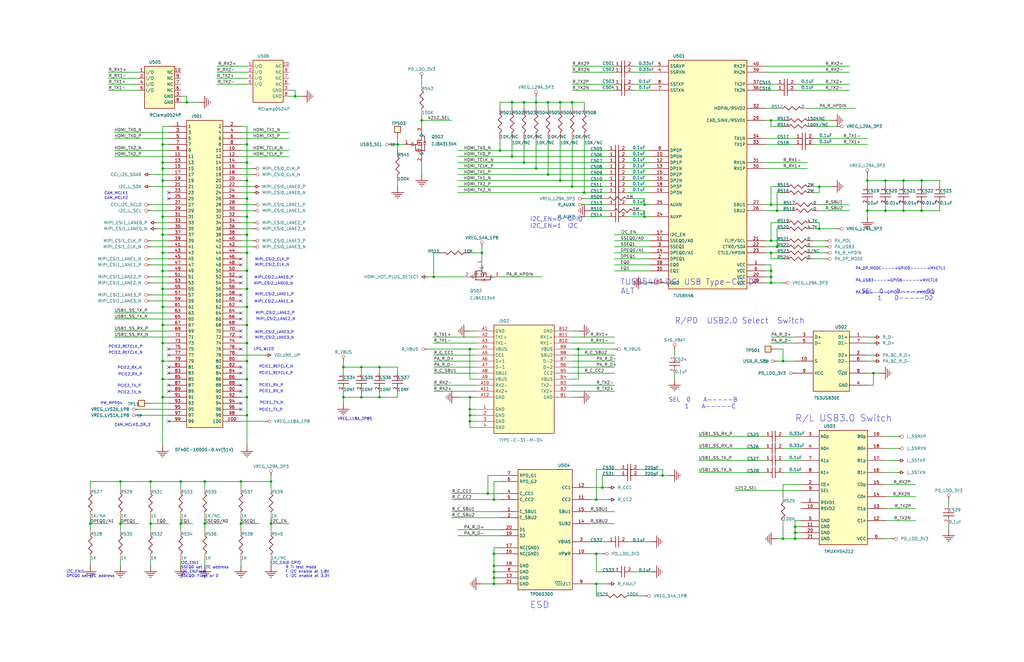
<source format=kicad_sch>
(kicad_sch (version 20211123) (generator eeschema)
  (paper "USLedger")
  (junction (at 325.12 101.6))
  (junction (at 231.14 73.66))
  (junction (at 104.14 137.16))
  (junction (at 373.38 88.9))
  (junction (at 104.14 144.78))
  (junction (at 76.2 203.2))
  (junction (at 208.28 210.82))
  (junction (at 68.58 160.02))
  (junction (at 104.14 175.26))
  (junction (at 63.5 220.98))
  (junction (at 104.14 121.92))
  (junction (at 160.02 154.94))
  (junction (at 198.12 167.64))
  (junction (at 104.14 60.96))
  (junction (at 68.58 106.68))
  (junction (at 38.1 220.98))
  (junction (at 63.5 203.2))
  (junction (at 208.28 241.3))
  (junction (at 68.58 137.16))
  (junction (at 177.8 50.8))
  (junction (at 226.06 43.18))
  (junction (at 78.74 43.18))
  (junction (at 68.58 71.12))
  (junction (at 104.14 91.44))
  (junction (at 208.28 246.38))
  (junction (at 220.98 43.18))
  (junction (at 345.44 78.74))
  (junction (at 68.58 60.96))
  (junction (at 254 205.74))
  (junction (at 104.14 129.54))
  (junction (at 86.36 220.98))
  (junction (at 381 76.2))
  (junction (at 335.28 224.79))
  (junction (at 124.46 40.64))
  (junction (at 198.12 177.8))
  (junction (at 198.12 175.26))
  (junction (at 226.06 71.12))
  (junction (at 330.2 227.33))
  (junction (at 203.2 106.68))
  (junction (at 215.9 43.18))
  (junction (at 101.6 220.98))
  (junction (at 335.28 222.25))
  (junction (at 236.22 43.18))
  (junction (at 381 88.9))
  (junction (at 104.14 76.2))
  (junction (at 68.58 99.06))
  (junction (at 325.12 116.84))
  (junction (at 144.78 154.94))
  (junction (at 210.82 63.5))
  (junction (at 160.02 167.64))
  (junction (at 271.78 86.36))
  (junction (at 231.14 43.18))
  (junction (at 152.4 167.64))
  (junction (at 243.84 147.32))
  (junction (at 114.3 220.98))
  (junction (at 104.14 167.64))
  (junction (at 220.98 68.58))
  (junction (at 198.12 147.32))
  (junction (at 144.78 167.64))
  (junction (at 388.62 88.9))
  (junction (at 365.76 76.2))
  (junction (at 365.76 88.9))
  (junction (at 325.12 106.68))
  (junction (at 215.9 66.04))
  (junction (at 251.46 246.38))
  (junction (at 205.74 208.28))
  (junction (at 104.14 83.82))
  (junction (at 335.28 227.33))
  (junction (at 325.12 86.36))
  (junction (at 246.38 81.28))
  (junction (at 182.88 116.84))
  (junction (at 388.62 76.2))
  (junction (at 101.6 203.2))
  (junction (at 76.2 220.98))
  (junction (at 208.28 238.76))
  (junction (at 68.58 121.92))
  (junction (at 86.36 203.2))
  (junction (at 68.58 167.64))
  (junction (at 325.12 119.38))
  (junction (at 327.66 104.14))
  (junction (at 104.14 152.4))
  (junction (at 152.4 154.94))
  (junction (at 104.14 114.3))
  (junction (at 251.46 210.82))
  (junction (at 104.14 160.02))
  (junction (at 325.12 50.8))
  (junction (at 325.12 114.3))
  (junction (at 68.58 68.58))
  (junction (at 241.3 78.74))
  (junction (at 251.46 233.68))
  (junction (at 50.8 203.2))
  (junction (at 68.58 129.54))
  (junction (at 167.64 60.96))
  (junction (at 208.28 233.68))
  (junction (at 68.58 152.4))
  (junction (at 50.8 220.98))
  (junction (at 279.4 200.66))
  (junction (at 68.58 114.3))
  (junction (at 368.3 157.48))
  (junction (at 327.66 88.9))
  (junction (at 198.12 172.72))
  (junction (at 104.14 99.06))
  (junction (at 271.78 91.44))
  (junction (at 330.2 152.4))
  (junction (at 68.58 91.44))
  (junction (at 241.3 43.18))
  (junction (at 345.44 96.52))
  (junction (at 236.22 76.2))
  (junction (at 68.58 144.78))
  (junction (at 68.58 76.2))
  (junction (at 104.14 106.68))
  (junction (at 373.38 76.2))
  (junction (at 104.14 68.58))
  (junction (at 208.28 243.84))
  (junction (at 114.3 203.2))
  (no_connect (at 101.6 157.48))
  (no_connect (at 71.12 81.28))
  (no_connect (at 101.6 109.22))
  (no_connect (at 101.6 111.76))
  (no_connect (at 71.12 149.86))
  (no_connect (at 71.12 165.1))
  (no_connect (at 101.6 116.84))
  (no_connect (at 101.6 165.1))
  (no_connect (at 101.6 132.08))
  (no_connect (at 71.12 157.48))
  (no_connect (at 101.6 162.56))
  (no_connect (at 101.6 124.46))
  (no_connect (at 101.6 134.62))
  (no_connect (at 101.6 147.32))
  (no_connect (at 101.6 142.24))
  (no_connect (at 71.12 83.82))
  (no_connect (at 101.6 172.72))
  (no_connect (at 71.12 177.8))
  (no_connect (at 101.6 154.94))
  (no_connect (at 71.12 162.56))
  (no_connect (at 71.12 154.94))
  (no_connect (at 101.6 127))
  (no_connect (at 101.6 139.7))
  (no_connect (at 71.12 147.32))
  (no_connect (at 101.6 119.38))
  (no_connect (at 101.6 170.18))
  (wire (pts (xy 243.84 160.02) (xy 241.3 160.02)) (stroke (width 0.254)))
  (wire (pts (xy 71.12 63.5) (xy 48.26 63.5)) (stroke (width 0.254)))
  (wire (pts (xy 251.46 241.3) (xy 251.46 233.68)) (stroke (width 0.254)))
  (wire (pts (xy 193.04 68.58) (xy 220.98 68.58)) (stroke (width 0.254)))
  (wire (pts (xy 256.54 91.44) (xy 246.38 91.44)) (stroke (width 0.254)))
  (wire (pts (xy 322.58 27.94) (xy 358.14 27.94)) (stroke (width 0.254)))
  (wire (pts (xy 76.2 203.2) (xy 63.5 203.2)) (stroke (width 0.254)))
  (wire (pts (xy 241.3 78.74) (xy 241.3 58.42)) (stroke (width 0.254)))
  (wire (pts (xy 365.76 88.9) (xy 365.76 86.36)) (stroke (width 0.254)))
  (wire (pts (xy 104.14 121.92) (xy 104.14 114.3)) (stroke (width 0.254)))
  (wire (pts (xy 144.78 170.18) (xy 144.78 167.64)) (stroke (width 0.254)))
  (wire (pts (xy 106.68 101.6) (xy 101.6 101.6)) (stroke (width 0.254)))
  (wire (pts (xy 104.14 175.26) (xy 104.14 167.64)) (stroke (width 0.254)))
  (wire (pts (xy 254 205.74) (xy 256.54 205.74)) (stroke (width 0.254)))
  (wire (pts (xy 400.05 213.36) (xy 400.05 210.82)) (stroke (width 0.254)))
  (wire (pts (xy 337.82 204.47) (xy 330.2 204.47)) (stroke (width 0.254)))
  (wire (pts (xy 160.02 154.94) (xy 167.64 154.94)) (stroke (width 0.254)))
  (wire (pts (xy 246.38 45.72) (xy 246.38 43.18)) (stroke (width 0.254)))
  (wire (pts (xy 68.58 121.92) (xy 71.12 121.92)) (stroke (width 0.254)))
  (wire (pts (xy 71.12 124.46) (xy 63.5 124.46)) (stroke (width 0.254)))
  (wire (pts (xy 327.66 88.9) (xy 322.58 88.9)) (stroke (width 0.254)))
  (wire (pts (xy 104.14 175.26) (xy 101.6 175.26)) (stroke (width 0.254)))
  (wire (pts (xy 327.66 35.56) (xy 322.58 35.56)) (stroke (width 0.254)))
  (wire (pts (xy 63.5 203.2) (xy 63.5 205.74)) (stroke (width 0.254)))
  (wire (pts (xy 86.36 205.74) (xy 86.36 203.2)) (stroke (width 0.254)))
  (wire (pts (xy 231.14 45.72) (xy 231.14 43.18)) (stroke (width 0.254)))
  (wire (pts (xy 71.12 109.22) (xy 63.5 109.22)) (stroke (width 0.254)))
  (wire (pts (xy 335.28 142.24) (xy 325.12 142.24)) (stroke (width 0.254)))
  (wire (pts (xy 193.04 66.04) (xy 215.9 66.04)) (stroke (width 0.254)))
  (wire (pts (xy 91.44 35.56) (xy 104.14 35.56)) (stroke (width 0.254)))
  (wire (pts (xy 251.46 233.68) (xy 254 233.68)) (stroke (width 0.254)))
  (wire (pts (xy 330.2 104.14) (xy 327.66 104.14)) (stroke (width 0.254)))
  (wire (pts (xy 160.02 167.64) (xy 160.02 165.1)) (stroke (width 0.254)))
  (wire (pts (xy 210.82 203.2) (xy 208.28 203.2)) (stroke (width 0.254)))
  (wire (pts (xy 274.32 66.04) (xy 264.16 66.04)) (stroke (width 0.254)))
  (wire (pts (xy 205.74 208.28) (xy 205.74 200.66)) (stroke (width 0.254)))
  (wire (pts (xy 274.32 71.12) (xy 264.16 71.12)) (stroke (width 0.254)))
  (wire (pts (xy 330.2 227.33) (xy 335.28 227.33)) (stroke (width 0.254)))
  (wire (pts (xy 330.2 184.15) (xy 337.82 184.15)) (stroke (width 0.254)))
  (wire (pts (xy 210.82 218.44) (xy 190.5 218.44)) (stroke (width 0.254)))
  (wire (pts (xy 327.66 104.14) (xy 327.66 96.52)) (stroke (width 0.254)))
  (wire (pts (xy 396.24 86.36) (xy 396.24 88.9)) (stroke (width 0.254)))
  (wire (pts (xy 144.78 154.94) (xy 152.4 154.94)) (stroke (width 0.254)))
  (wire (pts (xy 373.38 86.36) (xy 373.38 88.9)) (stroke (width 0.254)))
  (wire (pts (xy 106.68 93.98) (xy 101.6 93.98)) (stroke (width 0.254)))
  (wire (pts (xy 335.28 58.42) (xy 322.58 58.42)) (stroke (width 0.254)))
  (wire (pts (xy 259.08 147.32) (xy 243.84 147.32)) (stroke (width 0.254)))
  (wire (pts (xy 71.12 170.18) (xy 63.5 170.18)) (stroke (width 0.254)))
  (wire (pts (xy 177.8 50.8) (xy 190.5 50.8)) (stroke (width 0.254)))
  (wire (pts (xy 68.58 114.3) (xy 68.58 106.68)) (stroke (width 0.254)))
  (wire (pts (xy 345.44 81.28) (xy 345.44 78.74)) (stroke (width 0.254)))
  (wire (pts (xy 205.74 200.66) (xy 210.82 200.66)) (stroke (width 0.254)))
  (wire (pts (xy 325.12 93.98) (xy 325.12 101.6)) (stroke (width 0.254)))
  (wire (pts (xy 76.2 205.74) (xy 76.2 203.2)) (stroke (width 0.254)))
  (wire (pts (xy 246.38 81.28) (xy 246.38 58.42)) (stroke (width 0.254)))
  (wire (pts (xy 78.74 43.18) (xy 83.82 43.18)) (stroke (width 0.254)))
  (wire (pts (xy 101.6 238.76) (xy 101.6 236.22)) (stroke (width 0.254)))
  (wire (pts (xy 71.12 160.02) (xy 68.58 160.02)) (stroke (width 0.254)))
  (wire (pts (xy 114.3 220.98) (xy 114.3 218.44)) (stroke (width 0.254)))
  (wire (pts (xy 220.98 45.72) (xy 220.98 43.18)) (stroke (width 0.254)))
  (wire (pts (xy 365.76 91.44) (xy 365.76 88.9)) (stroke (width 0.254)))
  (wire (pts (xy 50.8 203.2) (xy 38.1 203.2)) (stroke (width 0.254)))
  (wire (pts (xy 274.32 68.58) (xy 264.16 68.58)) (stroke (width 0.254)))
  (wire (pts (xy 358.14 88.9) (xy 345.44 88.9)) (stroke (width 0.254)))
  (wire (pts (xy 241.3 43.18) (xy 241.3 45.72)) (stroke (width 0.254)))
  (wire (pts (xy 378.46 194.31) (xy 373.38 194.31)) (stroke (width 0.254)))
  (wire (pts (xy 210.82 63.5) (xy 210.82 58.42)) (stroke (width 0.254)))
  (wire (pts (xy 274.32 35.56) (xy 266.7 35.56)) (stroke (width 0.254)))
  (wire (pts (xy 332.74 88.9) (xy 327.66 88.9)) (stroke (width 0.254)))
  (wire (pts (xy 335.28 227.33) (xy 337.82 227.33)) (stroke (width 0.254)))
  (wire (pts (xy 347.98 106.68) (xy 342.9 106.68)) (stroke (width 0.254)))
  (wire (pts (xy 106.68 86.36) (xy 101.6 86.36)) (stroke (width 0.254)))
  (wire (pts (xy 259.08 149.86) (xy 241.3 149.86)) (stroke (width 0.254)))
  (wire (pts (xy 106.68 96.52) (xy 101.6 96.52)) (stroke (width 0.254)))
  (wire (pts (xy 144.78 157.48) (xy 144.78 154.94)) (stroke (width 0.254)))
  (wire (pts (xy 342.9 96.52) (xy 345.44 96.52)) (stroke (width 0.254)))
  (wire (pts (xy 167.64 60.96) (xy 167.64 58.42)) (stroke (width 0.254)))
  (wire (pts (xy 279.4 200.66) (xy 281.94 200.66)) (stroke (width 0.254)))
  (wire (pts (xy 200.66 142.24) (xy 182.88 142.24)) (stroke (width 0.254)))
  (wire (pts (xy 71.12 104.14) (xy 63.5 104.14)) (stroke (width 0.254)))
  (wire (pts (xy 170.18 60.96) (xy 167.64 60.96)) (stroke (width 0.254)))
  (wire (pts (xy 71.12 68.58) (xy 68.58 68.58)) (stroke (width 0.254)))
  (wire (pts (xy 124.46 38.1) (xy 121.92 38.1)) (stroke (width 0.254)))
  (wire (pts (xy 208.28 243.84) (xy 208.28 241.3)) (stroke (width 0.254)))
  (wire (pts (xy 50.8 223.52) (xy 50.8 220.98)) (stroke (width 0.254)))
  (wire (pts (xy 325.12 114.3) (xy 322.58 114.3)) (stroke (width 0.254)))
  (wire (pts (xy 345.44 96.52) (xy 353.06 96.52)) (stroke (width 0.254)))
  (wire (pts (xy 71.12 129.54) (xy 68.58 129.54)) (stroke (width 0.254)))
  (wire (pts (xy 190.5 210.82) (xy 208.28 210.82)) (stroke (width 0.254)))
  (wire (pts (xy 71.12 119.38) (xy 63.5 119.38)) (stroke (width 0.254)))
  (wire (pts (xy 68.58 187.96) (xy 68.58 167.64)) (stroke (width 0.254)))
  (wire (pts (xy 243.84 167.64) (xy 241.3 167.64)) (stroke (width 0.254)))
  (wire (pts (xy 208.28 246.38) (xy 208.28 243.84)) (stroke (width 0.254)))
  (wire (pts (xy 101.6 99.06) (xy 104.14 99.06)) (stroke (width 0.254)))
  (wire (pts (xy 215.9 45.72) (xy 215.9 43.18)) (stroke (width 0.254)))
  (wire (pts (xy 271.78 91.44) (xy 274.32 91.44)) (stroke (width 0.254)))
  (wire (pts (xy 106.68 104.14) (xy 101.6 104.14)) (stroke (width 0.254)))
  (wire (pts (xy 378.46 184.15) (xy 373.38 184.15)) (stroke (width 0.254)))
  (wire (pts (xy 68.58 144.78) (xy 68.58 137.16)) (stroke (width 0.254)))
  (wire (pts (xy 368.3 149.86) (xy 365.76 149.86)) (stroke (width 0.254)))
  (wire (pts (xy 330.2 147.32) (xy 327.66 147.32)) (stroke (width 0.254)))
  (wire (pts (xy 322.58 119.38) (xy 325.12 119.38)) (stroke (width 0.254)))
  (wire (pts (xy 215.9 66.04) (xy 215.9 58.42)) (stroke (width 0.254)))
  (wire (pts (xy 259.08 144.78) (xy 241.3 144.78)) (stroke (width 0.254)))
  (wire (pts (xy 200.66 144.78) (xy 182.88 144.78)) (stroke (width 0.254)))
  (wire (pts (xy 231.14 73.66) (xy 231.14 58.42)) (stroke (width 0.254)))
  (wire (pts (xy 325.12 116.84) (xy 322.58 116.84)) (stroke (width 0.254)))
  (wire (pts (xy 322.58 71.12) (xy 340.36 71.12)) (stroke (width 0.254)))
  (wire (pts (xy 274.32 78.74) (xy 264.16 78.74)) (stroke (width 0.254)))
  (wire (pts (xy 68.58 68.58) (xy 68.58 71.12)) (stroke (width 0.254)))
  (wire (pts (xy 167.64 63.5) (xy 167.64 60.96)) (stroke (width 0.254)))
  (wire (pts (xy 381 86.36) (xy 381 88.9)) (stroke (width 0.254)))
  (wire (pts (xy 210.82 45.72) (xy 210.82 43.18)) (stroke (width 0.254)))
  (wire (pts (xy 45.72 38.1) (xy 58.42 38.1)) (stroke (width 0.254)))
  (wire (pts (xy 91.44 27.94) (xy 104.14 27.94)) (stroke (width 0.254)))
  (wire (pts (xy 45.72 30.48) (xy 58.42 30.48)) (stroke (width 0.254)))
  (wire (pts (xy 381 88.9) (xy 388.62 88.9)) (stroke (width 0.254)))
  (wire (pts (xy 251.46 210.82) (xy 251.46 198.12)) (stroke (width 0.254)))
  (wire (pts (xy 210.82 215.9) (xy 190.5 215.9)) (stroke (width 0.254)))
  (wire (pts (xy 210.82 243.84) (xy 208.28 243.84)) (stroke (width 0.254)))
  (wire (pts (xy 205.74 208.28) (xy 210.82 208.28)) (stroke (width 0.254)))
  (wire (pts (xy 200.66 162.56) (xy 182.88 162.56)) (stroke (width 0.254)))
  (wire (pts (xy 330.2 109.22) (xy 325.12 109.22)) (stroke (width 0.254)))
  (wire (pts (xy 358.14 86.36) (xy 345.44 86.36)) (stroke (width 0.254)))
  (wire (pts (xy 269.24 198.12) (xy 279.4 198.12)) (stroke (width 0.254)))
  (wire (pts (xy 104.14 167.64) (xy 101.6 167.64)) (stroke (width 0.254)))
  (wire (pts (xy 71.12 139.7) (xy 48.26 139.7)) (stroke (width 0.254)))
  (wire (pts (xy 259.08 30.48) (xy 241.3 30.48)) (stroke (width 0.254)))
  (wire (pts (xy 220.98 68.58) (xy 220.98 58.42)) (stroke (width 0.254)))
  (wire (pts (xy 86.36 238.76) (xy 86.36 236.22)) (stroke (width 0.254)))
  (wire (pts (xy 193.04 81.28) (xy 246.38 81.28)) (stroke (width 0.254)))
  (wire (pts (xy 325.12 101.6) (xy 322.58 101.6)) (stroke (width 0.254)))
  (wire (pts (xy 210.82 223.52) (xy 193.04 223.52)) (stroke (width 0.254)))
  (wire (pts (xy 368.3 162.56) (xy 365.76 162.56)) (stroke (width 0.254)))
  (wire (pts (xy 208.28 233.68) (xy 208.28 231.14)) (stroke (width 0.254)))
  (wire (pts (xy 243.84 147.32) (xy 243.84 160.02)) (stroke (width 0.254)))
  (wire (pts (xy 167.64 78.74) (xy 167.64 76.2)) (stroke (width 0.254)))
  (wire (pts (xy 203.2 104.14) (xy 203.2 106.68)) (stroke (width 0.254)))
  (wire (pts (xy 327.66 96.52) (xy 330.2 96.52)) (stroke (width 0.254)))
  (wire (pts (xy 106.68 78.74) (xy 101.6 78.74)) (stroke (width 0.254)))
  (wire (pts (xy 330.2 227.33) (xy 327.66 227.33)) (stroke (width 0.254)))
  (wire (pts (xy 271.78 251.46) (xy 266.7 251.46)) (stroke (width 0.254)))
  (wire (pts (xy 386.08 214.63) (xy 373.38 214.63)) (stroke (width 0.254)))
  (wire (pts (xy 200.66 139.7) (xy 198.12 139.7)) (stroke (width 0.254)))
  (wire (pts (xy 256.54 228.6) (xy 248.92 228.6)) (stroke (width 0.254)))
  (wire (pts (xy 325.12 86.36) (xy 322.58 86.36)) (stroke (width 0.254)))
  (wire (pts (xy 251.46 198.12) (xy 261.62 198.12)) (stroke (width 0.254)))
  (wire (pts (xy 373.38 227.33) (xy 375.92 227.33)) (stroke (width 0.254)))
  (wire (pts (xy 330.2 93.98) (xy 325.12 93.98)) (stroke (width 0.254)))
  (wire (pts (xy 353.06 53.34) (xy 342.9 53.34)) (stroke (width 0.254)))
  (wire (pts (xy 104.14 144.78) (xy 104.14 137.16)) (stroke (width 0.254)))
  (wire (pts (xy 259.08 241.3) (xy 251.46 241.3)) (stroke (width 0.254)))
  (wire (pts (xy 63.5 223.52) (xy 63.5 220.98)) (stroke (width 0.254)))
  (wire (pts (xy 106.68 88.9) (xy 101.6 88.9)) (stroke (width 0.254)))
  (wire (pts (xy 104.14 60.96) (xy 101.6 60.96)) (stroke (width 0.254)))
  (wire (pts (xy 274.32 81.28) (xy 264.16 81.28)) (stroke (width 0.254)))
  (wire (pts (xy 373.38 76.2) (xy 373.38 78.74)) (stroke (width 0.254)))
  (wire (pts (xy 368.3 142.24) (xy 365.76 142.24)) (stroke (width 0.254)))
  (wire (pts (xy 104.14 152.4) (xy 104.14 144.78)) (stroke (width 0.254)))
  (wire (pts (xy 68.58 76.2) (xy 68.58 71.12)) (stroke (width 0.254)))
  (wire (pts (xy 350.52 50.8) (xy 342.9 50.8)) (stroke (width 0.254)))
  (wire (pts (xy 200.66 147.32) (xy 198.12 147.32)) (stroke (width 0.254)))
  (wire (pts (xy 400.05 223.52) (xy 400.05 220.98)) (stroke (width 0.254)))
  (wire (pts (xy 104.14 167.64) (xy 104.14 160.02)) (stroke (width 0.254)))
  (wire (pts (xy 259.08 27.94) (xy 241.3 27.94)) (stroke (width 0.254)))
  (wire (pts (xy 71.12 73.66) (xy 63.5 73.66)) (stroke (width 0.254)))
  (wire (pts (xy 330.2 50.8) (xy 325.12 50.8)) (stroke (width 0.254)))
  (wire (pts (xy 167.64 167.64) (xy 160.02 167.64)) (stroke (width 0.254)))
  (wire (pts (xy 86.36 220.98) (xy 86.36 218.44)) (stroke (width 0.254)))
  (wire (pts (xy 63.5 238.76) (xy 63.5 236.22)) (stroke (width 0.254)))
  (wire (pts (xy 325.12 109.22) (xy 325.12 106.68)) (stroke (width 0.254)))
  (wire (pts (xy 325.12 50.8) (xy 325.12 53.34)) (stroke (width 0.254)))
  (wire (pts (xy 386.08 204.47) (xy 373.38 204.47)) (stroke (width 0.254)))
  (wire (pts (xy 106.68 73.66) (xy 101.6 73.66)) (stroke (width 0.254)))
  (wire (pts (xy 152.4 154.94) (xy 160.02 154.94)) (stroke (width 0.254)))
  (wire (pts (xy 193.04 78.74) (xy 241.3 78.74)) (stroke (width 0.254)))
  (wire (pts (xy 271.78 86.36) (xy 271.78 83.82)) (stroke (width 0.254)))
  (wire (pts (xy 325.12 119.38) (xy 330.2 119.38)) (stroke (width 0.254)))
  (wire (pts (xy 71.12 114.3) (xy 68.58 114.3)) (stroke (width 0.254)))
  (wire (pts (xy 243.84 139.7) (xy 241.3 139.7)) (stroke (width 0.254)))
  (wire (pts (xy 193.04 71.12) (xy 226.06 71.12)) (stroke (width 0.254)))
  (wire (pts (xy 200.66 157.48) (xy 182.88 157.48)) (stroke (width 0.254)))
  (wire (pts (xy 38.1 203.2) (xy 38.1 205.74)) (stroke (width 0.254)))
  (wire (pts (xy 68.58 160.02) (xy 68.58 152.4)) (stroke (width 0.254)))
  (wire (pts (xy 104.14 121.92) (xy 101.6 121.92)) (stroke (width 0.254)))
  (wire (pts (xy 71.12 137.16) (xy 68.58 137.16)) (stroke (width 0.254)))
  (wire (pts (xy 246.38 81.28) (xy 256.54 81.28)) (stroke (width 0.254)))
  (wire (pts (xy 274.32 63.5) (xy 264.16 63.5)) (stroke (width 0.254)))
  (wire (pts (xy 274.32 104.14) (xy 259.08 104.14)) (stroke (width 0.254)))
  (wire (pts (xy 274.32 73.66) (xy 264.16 73.66)) (stroke (width 0.254)))
  (wire (pts (xy 152.4 167.64) (xy 152.4 165.1)) (stroke (width 0.254)))
  (wire (pts (xy 208.28 241.3) (xy 208.28 238.76)) (stroke (width 0.254)))
  (wire (pts (xy 208.28 203.2) (xy 208.28 210.82)) (stroke (width 0.254)))
  (wire (pts (xy 104.14 68.58) (xy 104.14 60.96)) (stroke (width 0.254)))
  (wire (pts (xy 71.12 172.72) (xy 58.42 172.72)) (stroke (width 0.254)))
  (wire (pts (xy 381 76.2) (xy 381 78.74)) (stroke (width 0.254)))
  (wire (pts (xy 114.3 205.74) (xy 114.3 203.2)) (stroke (width 0.254)))
  (wire (pts (xy 365.76 76.2) (xy 365.76 73.66)) (stroke (width 0.254)))
  (wire (pts (xy 71.12 78.74) (xy 63.5 78.74)) (stroke (width 0.254)))
  (wire (pts (xy 337.82 219.71) (xy 335.28 219.71)) (stroke (width 0.254)))
  (wire (pts (xy 78.74 43.18) (xy 78.74 40.64)) (stroke (width 0.254)))
  (wire (pts (xy 236.22 76.2) (xy 256.54 76.2)) (stroke (width 0.254)))
  (wire (pts (xy 203.2 109.22) (xy 203.2 106.68)) (stroke (width 0.254)))
  (wire (pts (xy 200.66 167.64) (xy 198.12 167.64)) (stroke (width 0.254)))
  (wire (pts (xy 248.92 220.98) (xy 259.08 220.98)) (stroke (width 0.254)))
  (wire (pts (xy 284.48 160.02) (xy 284.48 157.48)) (stroke (width 0.254)))
  (wire (pts (xy 388.62 88.9) (xy 388.62 86.36)) (stroke (width 0.254)))
  (wire (pts (xy 358.14 35.56) (xy 335.28 35.56)) (stroke (width 0.254)))
  (wire (pts (xy 259.08 154.94) (xy 241.3 154.94)) (stroke (width 0.254)))
  (wire (pts (xy 330.2 101.6) (xy 325.12 101.6)) (stroke (width 0.254)))
  (wire (pts (xy 198.12 180.34) (xy 198.12 177.8)) (stroke (width 0.254)))
  (wire (pts (xy 71.12 116.84) (xy 63.5 116.84)) (stroke (width 0.254)))
  (wire (pts (xy 71.12 144.78) (xy 68.58 144.78)) (stroke (width 0.254)))
  (wire (pts (xy 330.2 78.74) (xy 325.12 78.74)) (stroke (width 0.254)))
  (wire (pts (xy 198.12 147.32) (xy 180.34 147.32)) (stroke (width 0.254)))
  (wire (pts (xy 259.08 165.1) (xy 241.3 165.1)) (stroke (width 0.254)))
  (wire (pts (xy 330.2 199.39) (xy 337.82 199.39)) (stroke (width 0.254)))
  (wire (pts (xy 210.82 226.06) (xy 193.04 226.06)) (stroke (width 0.254)))
  (wire (pts (xy 71.12 53.34) (xy 68.58 53.34)) (stroke (width 0.254)))
  (wire (pts (xy 198.12 175.26) (xy 200.66 175.26)) (stroke (width 0.254)))
  (wire (pts (xy 365.76 58.42) (xy 342.9 58.42)) (stroke (width 0.254)))
  (wire (pts (xy 104.14 160.02) (xy 104.14 152.4)) (stroke (width 0.254)))
  (wire (pts (xy 322.58 104.14) (xy 327.66 104.14)) (stroke (width 0.254)))
  (wire (pts (xy 68.58 99.06) (xy 68.58 106.68)) (stroke (width 0.254)))
  (wire (pts (xy 71.12 86.36) (xy 63.5 86.36)) (stroke (width 0.254)))
  (wire (pts (xy 68.58 137.16) (xy 68.58 129.54)) (stroke (width 0.254)))
  (wire (pts (xy 373.38 76.2) (xy 365.76 76.2)) (stroke (width 0.254)))
  (wire (pts (xy 104.14 68.58) (xy 101.6 68.58)) (stroke (width 0.254)))
  (wire (pts (xy 254 251.46) (xy 251.46 251.46)) (stroke (width 0.254)))
  (wire (pts (xy 322.58 199.39) (xy 294.64 199.39)) (stroke (width 0.254)))
  (wire (pts (xy 335.28 222.25) (xy 335.28 224.79)) (stroke (width 0.254)))
  (wire (pts (xy 226.06 45.72) (xy 226.06 43.18)) (stroke (width 0.254)))
  (wire (pts (xy 388.62 76.2) (xy 381 76.2)) (stroke (width 0.254)))
  (wire (pts (xy 330.2 189.23) (xy 337.82 189.23)) (stroke (width 0.254)))
  (wire (pts (xy 251.46 210.82) (xy 256.54 210.82)) (stroke (width 0.254)))
  (wire (pts (xy 104.14 152.4) (xy 101.6 152.4)) (stroke (width 0.254)))
  (wire (pts (xy 330.2 194.31) (xy 337.82 194.31)) (stroke (width 0.254)))
  (wire (pts (xy 152.4 167.64) (xy 144.78 167.64)) (stroke (width 0.254)))
  (wire (pts (xy 396.24 78.74) (xy 396.24 76.2)) (stroke (width 0.254)))
  (wire (pts (xy 259.08 35.56) (xy 241.3 35.56)) (stroke (width 0.254)))
  (wire (pts (xy 177.8 50.8) (xy 177.8 53.34)) (stroke (width 0.254)))
  (wire (pts (xy 248.92 205.74) (xy 254 205.74)) (stroke (width 0.254)))
  (wire (pts (xy 68.58 60.96) (xy 71.12 60.96)) (stroke (width 0.254)))
  (wire (pts (xy 177.8 48.26) (xy 177.8 50.8)) (stroke (width 0.254)))
  (wire (pts (xy 274.32 106.68) (xy 259.08 106.68)) (stroke (width 0.254)))
  (wire (pts (xy 101.6 223.52) (xy 101.6 220.98)) (stroke (width 0.254)))
  (wire (pts (xy 91.44 33.02) (xy 104.14 33.02)) (stroke (width 0.254)))
  (wire (pts (xy 368.3 144.78) (xy 365.76 144.78)) (stroke (width 0.254)))
  (wire (pts (xy 198.12 160.02) (xy 198.12 147.32)) (stroke (width 0.254)))
  (wire (pts (xy 193.04 63.5) (xy 210.82 63.5)) (stroke (width 0.254)))
  (wire (pts (xy 68.58 53.34) (xy 68.58 60.96)) (stroke (width 0.254)))
  (wire (pts (xy 104.14 106.68) (xy 101.6 106.68)) (stroke (width 0.254)))
  (wire (pts (xy 104.14 187.96) (xy 104.14 175.26)) (stroke (width 0.254)))
  (wire (pts (xy 68.58 99.06) (xy 68.58 91.44)) (stroke (width 0.254)))
  (wire (pts (xy 327.66 81.28) (xy 327.66 88.9)) (stroke (width 0.254)))
  (wire (pts (xy 256.54 86.36) (xy 246.38 86.36)) (stroke (width 0.254)))
  (wire (pts (xy 121.92 63.5) (xy 101.6 63.5)) (stroke (width 0.254)))
  (wire (pts (xy 104.14 76.2) (xy 101.6 76.2)) (stroke (width 0.254)))
  (wire (pts (xy 251.46 246.38) (xy 256.54 246.38)) (stroke (width 0.254)))
  (wire (pts (xy 50.8 238.76) (xy 50.8 236.22)) (stroke (width 0.254)))
  (wire (pts (xy 50.8 220.98) (xy 50.8 218.44)) (stroke (width 0.254)))
  (wire (pts (xy 208.28 246.38) (xy 203.2 246.38)) (stroke (width 0.254)))
  (wire (pts (xy 114.3 223.52) (xy 114.3 220.98)) (stroke (width 0.254)))
  (wire (pts (xy 193.04 76.2) (xy 236.22 76.2)) (stroke (width 0.254)))
  (wire (pts (xy 167.64 154.94) (xy 167.64 157.48)) (stroke (width 0.254)))
  (wire (pts (xy 335.28 144.78) (xy 325.12 144.78)) (stroke (width 0.254)))
  (wire (pts (xy 335.28 219.71) (xy 335.28 222.25)) (stroke (width 0.254)))
  (wire (pts (xy 345.44 96.52) (xy 345.44 93.98)) (stroke (width 0.254)))
  (wire (pts (xy 91.44 30.48) (xy 104.14 30.48)) (stroke (width 0.254)))
  (wire (pts (xy 388.62 78.74) (xy 388.62 76.2)) (stroke (width 0.254)))
  (wire (pts (xy 104.14 106.68) (xy 104.14 99.06)) (stroke (width 0.254)))
  (wire (pts (xy 342.9 81.28) (xy 345.44 81.28)) (stroke (width 0.254)))
  (wire (pts (xy 121.92 55.88) (xy 101.6 55.88)) (stroke (width 0.254)))
  (wire (pts (xy 274.32 76.2) (xy 264.16 76.2)) (stroke (width 0.254)))
  (wire (pts (xy 38.1 223.52) (xy 38.1 220.98)) (stroke (width 0.254)))
  (wire (pts (xy 86.36 203.2) (xy 76.2 203.2)) (stroke (width 0.254)))
  (wire (pts (xy 396.24 88.9) (xy 388.62 88.9)) (stroke (width 0.254)))
  (wire (pts (xy 248.92 210.82) (xy 251.46 210.82)) (stroke (width 0.254)))
  (wire (pts (xy 106.68 71.12) (xy 101.6 71.12)) (stroke (width 0.254)))
  (wire (pts (xy 109.22 220.98) (xy 101.6 220.98)) (stroke (width 0.254)))
  (wire (pts (xy 396.24 76.2) (xy 388.62 76.2)) (stroke (width 0.254)))
  (wire (pts (xy 259.08 142.24) (xy 241.3 142.24)) (stroke (width 0.254)))
  (wire (pts (xy 50.8 205.74) (xy 50.8 203.2)) (stroke (width 0.254)))
  (wire (pts (xy 76.2 238.76) (xy 76.2 236.22)) (stroke (width 0.254)))
  (wire (pts (xy 358.14 38.1) (xy 335.28 38.1)) (stroke (width 0.254)))
  (wire (pts (xy 200.66 149.86) (xy 182.88 149.86)) (stroke (width 0.254)))
  (wire (pts (xy 71.12 142.24) (xy 48.26 142.24)) (stroke (width 0.254)))
  (wire (pts (xy 284.48 149.86) (xy 284.48 147.32)) (stroke (width 0.254)))
  (wire (pts (xy 274.32 86.36) (xy 271.78 86.36)) (stroke (width 0.254)))
  (wire (pts (xy 63.5 203.2) (xy 50.8 203.2)) (stroke (width 0.254)))
  (wire (pts (xy 71.12 152.4) (xy 68.58 152.4)) (stroke (width 0.254)))
  (wire (pts (xy 71.12 111.76) (xy 63.5 111.76)) (stroke (width 0.254)))
  (wire (pts (xy 231.14 73.66) (xy 256.54 73.66)) (stroke (width 0.254)))
  (wire (pts (xy 210.82 246.38) (xy 208.28 246.38)) (stroke (width 0.254)))
  (wire (pts (xy 76.2 43.18) (xy 78.74 43.18)) (stroke (width 0.254)))
  (wire (pts (xy 274.32 109.22) (xy 259.08 109.22)) (stroke (width 0.254)))
  (wire (pts (xy 160.02 167.64) (xy 152.4 167.64)) (stroke (width 0.254)))
  (wire (pts (xy 104.14 91.44) (xy 101.6 91.44)) (stroke (width 0.254)))
  (wire (pts (xy 368.3 157.48) (xy 368.3 162.56)) (stroke (width 0.254)))
  (wire (pts (xy 322.58 184.15) (xy 294.64 184.15)) (stroke (width 0.254)))
  (wire (pts (xy 254 83.82) (xy 246.38 83.82)) (stroke (width 0.254)))
  (wire (pts (xy 274.32 241.3) (xy 266.7 241.3)) (stroke (width 0.254)))
  (wire (pts (xy 259.08 152.4) (xy 241.3 152.4)) (stroke (width 0.254)))
  (wire (pts (xy 104.14 91.44) (xy 104.14 83.82)) (stroke (width 0.254)))
  (wire (pts (xy 121.92 220.98) (xy 114.3 220.98)) (stroke (width 0.254)))
  (wire (pts (xy 200.66 154.94) (xy 182.88 154.94)) (stroke (width 0.254)))
  (wire (pts (xy 325.12 53.34) (xy 330.2 53.34)) (stroke (width 0.254)))
  (wire (pts (xy 330.2 106.68) (xy 325.12 106.68)) (stroke (width 0.254)))
  (wire (pts (xy 200.66 180.34) (xy 198.12 180.34)) (stroke (width 0.254)))
  (wire (pts (xy 182.88 116.84) (xy 195.58 116.84)) (stroke (width 0.254)))
  (wire (pts (xy 198.12 167.64) (xy 198.12 172.72)) (stroke (width 0.254)))
  (wire (pts (xy 208.28 238.76) (xy 208.28 233.68)) (stroke (width 0.254)))
  (wire (pts (xy 322.58 30.48) (xy 358.14 30.48)) (stroke (width 0.254)))
  (wire (pts (xy 71.12 93.98) (xy 66.04 93.98)) (stroke (width 0.254)))
  (wire (pts (xy 259.08 157.48) (xy 241.3 157.48)) (stroke (width 0.254)))
  (wire (pts (xy 274.32 99.06) (xy 259.08 99.06)) (stroke (width 0.254)))
  (wire (pts (xy 325.12 106.68) (xy 322.58 106.68)) (stroke (width 0.254)))
  (wire (pts (xy 226.06 71.12) (xy 226.06 58.42)) (stroke (width 0.254)))
  (wire (pts (xy 330.2 81.28) (xy 327.66 81.28)) (stroke (width 0.254)))
  (wire (pts (xy 325.12 119.38) (xy 325.12 116.84)) (stroke (width 0.254)))
  (wire (pts (xy 246.38 43.18) (xy 241.3 43.18)) (stroke (width 0.254)))
  (wire (pts (xy 335.28 227.33) (xy 335.28 224.79)) (stroke (width 0.254)))
  (wire (pts (xy 68.58 76.2) (xy 68.58 91.44)) (stroke (width 0.254)))
  (wire (pts (xy 259.08 38.1) (xy 241.3 38.1)) (stroke (width 0.254)))
  (wire (pts (xy 167.64 165.1) (xy 167.64 167.64)) (stroke (width 0.254)))
  (wire (pts (xy 236.22 43.18) (xy 241.3 43.18)) (stroke (width 0.254)))
  (wire (pts (xy 345.44 93.98) (xy 342.9 93.98)) (stroke (width 0.254)))
  (wire (pts (xy 76.2 220.98) (xy 76.2 218.44)) (stroke (width 0.254)))
  (wire (pts (xy 71.12 101.6) (xy 63.5 101.6)) (stroke (width 0.254)))
  (wire (pts (xy 236.22 45.72) (xy 236.22 43.18)) (stroke (width 0.254)))
  (wire (pts (xy 68.58 152.4) (xy 68.58 144.78)) (stroke (width 0.254)))
  (wire (pts (xy 104.14 83.82) (xy 104.14 76.2)) (stroke (width 0.254)))
  (wire (pts (xy 335.28 152.4) (xy 330.2 152.4)) (stroke (width 0.254)))
  (wire (pts (xy 342.9 78.74) (xy 345.44 78.74)) (stroke (width 0.254)))
  (wire (pts (xy 381 76.2) (xy 373.38 76.2)) (stroke (width 0.254)))
  (wire (pts (xy 111.76 149.86) (xy 101.6 149.86)) (stroke (width 0.254)))
  (wire (pts (xy 386.08 219.71) (xy 373.38 219.71)) (stroke (width 0.254)))
  (wire (pts (xy 264.16 228.6) (xy 274.32 228.6)) (stroke (width 0.254)))
  (wire (pts (xy 101.6 203.2) (xy 86.36 203.2)) (stroke (width 0.254)))
  (wire (pts (xy 124.46 40.64) (xy 124.46 38.1)) (stroke (width 0.254)))
  (wire (pts (xy 365.76 78.74) (xy 365.76 76.2)) (stroke (width 0.254)))
  (wire (pts (xy 78.74 40.64) (xy 76.2 40.64)) (stroke (width 0.254)))
  (wire (pts (xy 274.32 114.3) (xy 259.08 114.3)) (stroke (width 0.254)))
  (wire (pts (xy 378.46 189.23) (xy 373.38 189.23)) (stroke (width 0.254)))
  (wire (pts (xy 215.9 66.04) (xy 256.54 66.04)) (stroke (width 0.254)))
  (wire (pts (xy 251.46 251.46) (xy 251.46 246.38)) (stroke (width 0.254)))
  (wire (pts (xy 104.14 60.96) (xy 104.14 53.34)) (stroke (width 0.254)))
  (wire (pts (xy 378.46 199.39) (xy 373.38 199.39)) (stroke (width 0.254)))
  (wire (pts (xy 325.12 78.74) (xy 325.12 86.36)) (stroke (width 0.254)))
  (wire (pts (xy 63.5 220.98) (xy 63.5 218.44)) (stroke (width 0.254)))
  (wire (pts (xy 370.84 157.48) (xy 368.3 157.48)) (stroke (width 0.254)))
  (wire (pts (xy 71.12 134.62) (xy 48.26 134.62)) (stroke (width 0.254)))
  (wire (pts (xy 101.6 203.2) (xy 114.3 203.2)) (stroke (width 0.254)))
  (wire (pts (xy 104.14 129.54) (xy 104.14 121.92)) (stroke (width 0.254)))
  (wire (pts (xy 104.14 76.2) (xy 104.14 68.58)) (stroke (width 0.254)))
  (wire (pts (xy 243.84 147.32) (xy 241.3 147.32)) (stroke (width 0.254)))
  (wire (pts (xy 200.66 177.8) (xy 198.12 177.8)) (stroke (width 0.254)))
  (wire (pts (xy 104.14 114.3) (xy 104.14 106.68)) (stroke (width 0.254)))
  (wire (pts (xy 104.14 53.34) (xy 101.6 53.34)) (stroke (width 0.254)))
  (wire (pts (xy 198.12 167.64) (xy 193.04 167.64)) (stroke (width 0.254)))
  (wire (pts (xy 325.12 111.76) (xy 322.58 111.76)) (stroke (width 0.254)))
  (wire (pts (xy 259.08 162.56) (xy 241.3 162.56)) (stroke (width 0.254)))
  (wire (pts (xy 236.22 76.2) (xy 236.22 58.42)) (stroke (width 0.254)))
  (wire (pts (xy 106.68 81.28) (xy 101.6 81.28)) (stroke (width 0.254)))
  (wire (pts (xy 226.06 43.18) (xy 226.06 40.64)) (stroke (width 0.254)))
  (wire (pts (xy 226.06 43.18) (xy 231.14 43.18)) (stroke (width 0.254)))
  (wire (pts (xy 71.12 88.9) (xy 63.5 88.9)) (stroke (width 0.254)))
  (wire (pts (xy 68.58 71.12) (xy 71.12 71.12)) (stroke (width 0.254)))
  (wire (pts (xy 71.12 58.42) (xy 48.26 58.42)) (stroke (width 0.254)))
  (wire (pts (xy 373.38 88.9) (xy 381 88.9)) (stroke (width 0.254)))
  (wire (pts (xy 347.98 109.22) (xy 342.9 109.22)) (stroke (width 0.254)))
  (wire (pts (xy 111.76 177.8) (xy 101.6 177.8)) (stroke (width 0.254)))
  (wire (pts (xy 325.12 114.3) (xy 325.12 111.76)) (stroke (width 0.254)))
  (wire (pts (xy 373.38 88.9) (xy 365.76 88.9)) (stroke (width 0.254)))
  (wire (pts (xy 335.28 224.79) (xy 337.82 224.79)) (stroke (width 0.254)))
  (wire (pts (xy 104.14 129.54) (xy 101.6 129.54)) (stroke (width 0.254)))
  (wire (pts (xy 330.2 222.25) (xy 330.2 227.33)) (stroke (width 0.254)))
  (wire (pts (xy 71.12 66.04) (xy 48.26 66.04)) (stroke (width 0.254)))
  (wire (pts (xy 342.9 104.14) (xy 347.98 104.14)) (stroke (width 0.254)))
  (wire (pts (xy 121.92 66.04) (xy 101.6 66.04)) (stroke (width 0.254)))
  (wire (pts (xy 124.46 40.64) (xy 127 40.64)) (stroke (width 0.254)))
  (wire (pts (xy 71.12 55.88) (xy 48.26 55.88)) (stroke (width 0.254)))
  (wire (pts (xy 325.12 116.84) (xy 325.12 114.3)) (stroke (width 0.254)))
  (wire (pts (xy 203.2 106.68) (xy 198.12 106.68)) (stroke (width 0.254)))
  (wire (pts (xy 269.24 200.66) (xy 279.4 200.66)) (stroke (width 0.254)))
  (wire (pts (xy 68.58 68.58) (xy 68.58 60.96)) (stroke (width 0.254)))
  (wire (pts (xy 104.14 137.16) (xy 104.14 129.54)) (stroke (width 0.254)))
  (wire (pts (xy 200.66 172.72) (xy 198.12 172.72)) (stroke (width 0.254)))
  (wire (pts (xy 210.82 241.3) (xy 208.28 241.3)) (stroke (width 0.254)))
  (wire (pts (xy 271.78 86.36) (xy 264.16 86.36)) (stroke (width 0.254)))
  (wire (pts (xy 274.32 119.38) (xy 271.78 119.38)) (stroke (width 0.254)))
  (wire (pts (xy 114.3 238.76) (xy 114.3 236.22)) (stroke (width 0.254)))
  (wire (pts (xy 58.42 220.98) (xy 50.8 220.98)) (stroke (width 0.254)))
  (wire (pts (xy 71.12 220.98) (xy 63.5 220.98)) (stroke (width 0.254)))
  (wire (pts (xy 104.14 114.3) (xy 101.6 114.3)) (stroke (width 0.254)))
  (wire (pts (xy 274.32 101.6) (xy 259.08 101.6)) (stroke (width 0.254)))
  (wire (pts (xy 327.66 38.1) (xy 322.58 38.1)) (stroke (width 0.254)))
  (wire (pts (xy 200.66 160.02) (xy 198.12 160.02)) (stroke (width 0.254)))
  (wire (pts (xy 337.82 222.25) (xy 335.28 222.25)) (stroke (width 0.254)))
  (wire (pts (xy 274.32 27.94) (xy 266.7 27.94)) (stroke (width 0.254)))
  (wire (pts (xy 208.28 238.76) (xy 210.82 238.76)) (stroke (width 0.254)))
  (wire (pts (xy 185.42 106.68) (xy 182.88 106.68)) (stroke (width 0.254)))
  (wire (pts (xy 241.3 78.74) (xy 256.54 78.74)) (stroke (width 0.254)))
  (wire (pts (xy 220.98 68.58) (xy 256.54 68.58)) (stroke (width 0.254)))
  (wire (pts (xy 152.4 157.48) (xy 152.4 154.94)) (stroke (width 0.254)))
  (wire (pts (xy 327.66 45.72) (xy 322.58 45.72)) (stroke (width 0.254)))
  (wire (pts (xy 190.5 208.28) (xy 205.74 208.28)) (stroke (width 0.254)))
  (wire (pts (xy 200.66 165.1) (xy 182.88 165.1)) (stroke (width 0.254)))
  (wire (pts (xy 254 200.66) (xy 261.62 200.66)) (stroke (width 0.254)))
  (wire (pts (xy 208.28 210.82) (xy 210.82 210.82)) (stroke (width 0.254)))
  (wire (pts (xy 210.82 43.18) (xy 215.9 43.18)) (stroke (width 0.254)))
  (wire (pts (xy 274.32 30.48) (xy 266.7 30.48)) (stroke (width 0.254)))
  (wire (pts (xy 101.6 205.74) (xy 101.6 203.2)) (stroke (width 0.254)))
  (wire (pts (xy 332.74 86.36) (xy 325.12 86.36)) (stroke (width 0.254)))
  (wire (pts (xy 271.78 91.44) (xy 271.78 88.9)) (stroke (width 0.254)))
  (wire (pts (xy 271.78 83.82) (xy 266.7 83.82)) (stroke (width 0.254)))
  (wire (pts (xy 274.32 111.76) (xy 259.08 111.76)) (stroke (width 0.254)))
  (wire (pts (xy 71.12 99.06) (xy 68.58 99.06)) (stroke (width 0.254)))
  (wire (pts (xy 104.14 137.16) (xy 101.6 137.16)) (stroke (width 0.254)))
  (wire (pts (xy 337.82 207.01) (xy 309.88 207.01)) (stroke (width 0.254)))
  (wire (pts (xy 76.2 223.52) (xy 76.2 220.98)) (stroke (width 0.254)))
  (wire (pts (xy 279.4 198.12) (xy 279.4 200.66)) (stroke (width 0.254)))
  (wire (pts (xy 121.92 58.42) (xy 101.6 58.42)) (stroke (width 0.254)))
  (wire (pts (xy 264.16 91.44) (xy 271.78 91.44)) (stroke (width 0.254)))
  (wire (pts (xy 322.58 194.31) (xy 294.64 194.31)) (stroke (width 0.254)))
  (wire (pts (xy 256.54 88.9) (xy 248.92 88.9)) (stroke (width 0.254)))
  (wire (pts (xy 71.12 127) (xy 63.5 127)) (stroke (width 0.254)))
  (wire (pts (xy 121.92 40.64) (xy 124.46 40.64)) (stroke (width 0.254)))
  (wire (pts (xy 215.9 43.18) (xy 220.98 43.18)) (stroke (width 0.254)))
  (wire (pts (xy 144.78 154.94) (xy 144.78 152.4)) (stroke (width 0.254)))
  (wire (pts (xy 330.2 152.4) (xy 327.66 152.4)) (stroke (width 0.254)))
  (wire (pts (xy 71.12 175.26) (xy 58.42 175.26)) (stroke (width 0.254)))
  (wire (pts (xy 177.8 35.56) (xy 177.8 33.02)) (stroke (width 0.254)))
  (wire (pts (xy 248.92 233.68) (xy 251.46 233.68)) (stroke (width 0.254)))
  (wire (pts (xy 45.72 33.02) (xy 58.42 33.02)) (stroke (width 0.254)))
  (wire (pts (xy 68.58 121.92) (xy 68.58 114.3)) (stroke (width 0.254)))
  (wire (pts (xy 71.12 76.2) (xy 68.58 76.2)) (stroke (width 0.254)))
  (wire (pts (xy 322.58 189.23) (xy 294.64 189.23)) (stroke (width 0.254)))
  (wire (pts (xy 248.92 246.38) (xy 251.46 246.38)) (stroke (width 0.254)))
  (wire (pts (xy 368.3 152.4) (xy 365.76 152.4)) (stroke (width 0.254)))
  (wire (pts (xy 322.58 50.8) (xy 325.12 50.8)) (stroke (width 0.254)))
  (wire (pts (xy 342.9 101.6) (xy 347.98 101.6)) (stroke (width 0.254)))
  (wire (pts (xy 271.78 88.9) (xy 269.24 88.9)) (stroke (width 0.254)))
  (wire (pts (xy 198.12 177.8) (xy 198.12 175.26)) (stroke (width 0.254)))
  (wire (pts (xy 322.58 68.58) (xy 340.36 68.58)) (stroke (width 0.254)))
  (wire (pts (xy 68.58 106.68) (xy 71.12 106.68)) (stroke (width 0.254)))
  (wire (pts (xy 68.58 129.54) (xy 68.58 121.92)) (stroke (width 0.254)))
  (wire (pts (xy 177.8 73.66) (xy 177.8 68.58)) (stroke (width 0.254)))
  (wire (pts (xy 198.12 172.72) (xy 198.12 175.26)) (stroke (width 0.254)))
  (wire (pts (xy 330.2 152.4) (xy 330.2 147.32)) (stroke (width 0.254)))
  (wire (pts (xy 231.14 43.18) (xy 236.22 43.18)) (stroke (width 0.254)))
  (wire (pts (xy 167.64 60.96) (xy 165.1 60.96)) (stroke (width 0.254)))
  (wire (pts (xy 104.14 144.78) (xy 101.6 144.78)) (stroke (width 0.254)))
  (wire (pts (xy 254 205.74) (xy 254 200.66)) (stroke (width 0.254)))
  (wire (pts (xy 228.6 116.84) (xy 210.82 116.84)) (stroke (width 0.254)))
  (wire (pts (xy 68.58 167.64) (xy 71.12 167.64)) (stroke (width 0.254)))
  (wire (pts (xy 38.1 238.76) (xy 38.1 236.22)) (stroke (width 0.254)))
  (wire (pts (xy 182.88 106.68) (xy 182.88 116.84)) (stroke (width 0.254)))
  (wire (pts (xy 360.68 45.72) (xy 340.36 45.72)) (stroke (width 0.254)))
  (wire (pts (xy 104.14 99.06) (xy 104.14 91.44)) (stroke (width 0.254)))
  (wire (pts (xy 274.32 38.1) (xy 266.7 38.1)) (stroke (width 0.254)))
  (wire (pts (xy 193.04 73.66) (xy 231.14 73.66)) (stroke (width 0.254)))
  (wire (pts (xy 386.08 209.55) (xy 373.38 209.55)) (stroke (width 0.254)))
  (wire (pts (xy 101.6 220.98) (xy 101.6 218.44)) (stroke (width 0.254)))
  (wire (pts (xy 226.06 71.12) (xy 256.54 71.12)) (stroke (width 0.254)))
  (wire (pts (xy 45.72 35.56) (xy 58.42 35.56)) (stroke (width 0.254)))
  (wire (pts (xy 210.82 233.68) (xy 208.28 233.68)) (stroke (width 0.254)))
  (wire (pts (xy 180.34 116.84) (xy 182.88 116.84)) (stroke (width 0.254)))
  (wire (pts (xy 160.02 157.48) (xy 160.02 154.94)) (stroke (width 0.254)))
  (wire (pts (xy 71.12 132.08) (xy 48.26 132.08)) (stroke (width 0.254)))
  (wire (pts (xy 38.1 220.98) (xy 38.1 218.44)) (stroke (width 0.254)))
  (wire (pts (xy 144.78 167.64) (xy 144.78 165.1)) (stroke (width 0.254)))
  (wire (pts (xy 345.44 78.74) (xy 350.52 78.74)) (stroke (width 0.254)))
  (wire (pts (xy 248.92 215.9) (xy 259.08 215.9)) (stroke (width 0.254)))
  (wire (pts (xy 86.36 223.52) (xy 86.36 220.98)) (stroke (width 0.254)))
  (wire (pts (xy 71.12 96.52) (xy 66.04 96.52)) (stroke (width 0.254)))
  (wire (pts (xy 330.2 204.47) (xy 330.2 209.55)) (stroke (width 0.254)))
  (wire (pts (xy 38.1 220.98) (xy 45.72 220.98)) (stroke (width 0.254)))
  (wire (pts (xy 93.98 220.98) (xy 86.36 220.98)) (stroke (width 0.254)))
  (wire (pts (xy 208.28 231.14) (xy 210.82 231.14)) (stroke (width 0.254)))
  (wire (pts (xy 81.28 220.98) (xy 76.2 220.98)) (stroke (width 0.254)))
  (wire (pts (xy 200.66 152.4) (xy 182.88 152.4)) (stroke (width 0.254)))
  (wire (pts (xy 220.98 43.18) (xy 226.06 43.18)) (stroke (width 0.254)))
  (wire (pts (xy 68.58 167.64) (xy 68.58 160.02)) (stroke (width 0.254)))
  (wire (pts (xy 365.76 60.96) (xy 342.9 60.96)) (stroke (width 0.254)))
  (wire (pts (xy 210.82 63.5) (xy 256.54 63.5)) (stroke (width 0.254)))
  (wire (pts (xy 68.58 91.44) (xy 71.12 91.44)) (stroke (width 0.254)))
  (wire (pts (xy 335.28 60.96) (xy 322.58 60.96)) (stroke (width 0.254)))
  (wire (pts (xy 104.14 83.82) (xy 101.6 83.82)) (stroke (width 0.254)))
  (wire (pts (xy 368.3 157.48) (xy 365.76 157.48)) (stroke (width 0.254)))
  (wire (pts (xy 114.3 203.2) (xy 114.3 200.66)) (stroke (width 0.254)))
  (wire (pts (xy 104.14 160.02) (xy 101.6 160.02)) (stroke (width 0.254)))
  (text "PCIE1_REFCLK_P" (at 109.22 158.242 180) (effects (font (size 1.143 1.143)) (justify left bottom)))
  (text "PCIE1_RX_N" (at 109.22 165.862 180) (effects (font (size 1.143 1.143)) (justify left bottom)))
  (text "MIPI_CSI2_LANE1_N" (at 107.188 128.016 180) (effects (font (size 1.143 1.143)) (justify left bottom)))
  (text "PA_USB3---->GPIO6----->MXCTL0" (at 360.68 119.126 180) (effects (font (size 1.143 1.143)) (justify left bottom)))
  (text "PCIE2_RX_P" (at 49.784 158.75 180) (effects (font (size 1.143 1.143)) (justify left bottom)))
  (text "PCIE1_REFCLK_N" (at 109.22 155.448 180) (effects (font (size 1.143 1.143)) (justify left bottom)))
  (text "R/L USB3.0 Switch" (at 335.28 178.308 180) (effects (font (size 2.794 2.794)) (justify left bottom)))
  (text "MIPI_CSI2_CLK_N" (at 107.442 112.522 180) (effects (font (size 1.143 1.143)) (justify left bottom)))
  (text "R/PD  USB2.0 Select  Switch" (at 284.48 136.906 180) (effects (font (size 2.413 2.413)) (justify left bottom)))
  (text "PM_MPP04" (at 42.418 170.942 180) (effects (font (size 1.143 1.143)) (justify left bottom)))
  (text "I2C_EN:0 GPIO\n       R TI test mode\n       F I2C enable at 1.8V\n       1 I2C enable at 3.3V" (at 114.3 243.84 0) (effects (font (size 1.143 1.143)) (justify left bottom)))
  (text "VREG_L18A_2P85" (at 142.24 177.546 180) (effects (font (size 1.143 1.143)) (justify left bottom)))
  (text "MIPI_CSI2_LANE3_N" (at 107.442 143.256 180) (effects (font (size 1.143 1.143)) (justify left bottom)))
  (text "SEL  0    D-----D1\n     1    D-----D2" (at 363.22 127 0) (effects (font (size 1.778 1.778)) (justify left bottom)))
  (text "CAM_MCLK1" (at 43.942 82.296 180) (effects (font (size 1.143 1.143)) (justify left bottom)))
  (text "MIPI_CSI2_LANE2_N" (at 107.95 135.382 180) (effects (font (size 1.143 1.143)) (justify left bottom)))
  (text "TUSB546-DCI USB Type-C™ DP\nALT" (at 261.62 124.46 0) (effects (font (size 2.413 2.413)) (justify left bottom)))
  (text "MIPI_CSI2_CLK_P" (at 107.442 110.236 180) (effects (font (size 1.143 1.143)) (justify left bottom)))
  (text "CAM_MCLK0_OR_3" (at 48.26 180.086 180) (effects (font (size 1.143 1.143)) (justify left bottom)))
  (text "MIPI_CSI2_LANE3_P" (at 107.442 140.97 180) (effects (font (size 1.143 1.143)) (justify left bottom)))
  (text "LPG_WLED" (at 106.934 148.082 180) (effects (font (size 1.143 1.143)) (justify left bottom)))
  (text "I2C_EN:1\nSSEQ0 set I2C address\nI2C_EN:Float\nSSEQ0: Float or 0\n" (at 76.2 243.84 0) (effects (font (size 1.143 1.143)) (justify left bottom)))
  (text "PA_POL---->GPIO7----->MXCTL2" (at 360.68 124.206 180) (effects (font (size 1.143 1.143)) (justify left bottom)))
  (text "PCIE2_TX_P" (at 49.53 163.576 180) (effects (font (size 1.143 1.143)) (justify left bottom)))
  (text "I2C_EN=0  GPIO\nI2C_EN=1  I2C" (at 223.52 96.52 0) (effects (font (size 1.778 1.778)) (justify left bottom)))
  (text "SEL  0    A-----B\n     1    A-----C" (at 281.94 172.72 0) (effects (font (size 1.778 1.778)) (justify left bottom)))
  (text "PCIE1_RX_P" (at 109.22 163.322 180) (effects (font (size 1.143 1.143)) (justify left bottom)))
  (text "PCIE2_REFCLK_N" (at 45.72 149.606 180) (effects (font (size 1.143 1.143)) (justify left bottom)))
  (text "PCIE2_TX_N" (at 49.53 166.37 180) (effects (font (size 1.143 1.143)) (justify left bottom)))
  (text "PCIE2_RX_N" (at 49.53 155.956 180) (effects (font (size 1.143 1.143)) (justify left bottom)))
  (text "ESD" (at 223.52 257.048 180) (effects (font (size 2.794 2.794)) (justify left bottom)))
  (text "PCIE1_TX_P" (at 109.22 173.736 180) (effects (font (size 1.143 1.143)) (justify left bottom)))
  (text "PCIE1_TX_N" (at 109.474 170.688 180) (effects (font (size 1.143 1.143)) (justify left bottom)))
  (text "CAM_MCLK2" (at 43.942 84.328 180) (effects (font (size 1.143 1.143)) (justify left bottom)))
  (text "MIPI_CSI2_LANE2_P" (at 107.696 132.842 180) (effects (font (size 1.143 1.143)) (justify left bottom)))
  (text "MIPI_CSI2_LANE0_N" (at 106.934 120.396 180) (effects (font (size 1.143 1.143)) (justify left bottom)))
  (text "I2C_EN:1\nDPEQ0 set I2C address" (at 27.94 243.84 0) (effects (font (size 1.143 1.143)) (justify left bottom)))
  (text "MIPI_CSI2_LANE0_P" (at 107.188 117.856 180) (effects (font (size 1.143 1.143)) (justify left bottom)))
  (text "PA_DP_MODE---->GPIO5----->MXCTL1" (at 360.68 114.046 180) (effects (font (size 1.143 1.143)) (justify left bottom)))
  (text "MIPI_CSI2_LANE1_P" (at 107.442 124.968 180) (effects (font (size 1.143 1.143)) (justify left bottom)))
  (text "PCIE2_REFCLK_P" (at 45.72 147.066 180) (effects (font (size 1.143 1.143)) (justify left bottom)))
  (label "R_C_SBU2" (at 246.38 149.86 0))
  (label "HDMI_TCLK_N" (at 195.58 68.58 0))
  (label "R_RX2-" (at 347.98 30.48 0))
  (label "R_RX2+" (at 182.88 165.1 0))
  (label "R_SBU2" (at 347.98 88.9 0))
  (label "R_RX1-" (at 248.92 144.78 0))
  (label "DPEQ1" (at 50.8 220.98 0))
  (label "EQ1" (at 261.62 114.3 0))
  (label "HDMI_TX0_N" (at 195.58 63.5 0))
  (label "R_TX2+" (at 91.44 33.02 0))
  (label "HDMI_TX1_P" (at 106.68 58.42 0))
  (label "HDMI_TX1_N" (at 106.68 55.88 0))
  (label "USB1_SS_RX_P" (at 48.26 139.7 0))
  (label "SSEQ0/A0" (at 261.62 101.6 0))
  (label "R_SBU1" (at 347.98 86.36 0))
  (label "DPEQ0/A1" (at 38.1 220.98 0))
  (label "R_TX2N" (at 241.3 38.1 0))
  (label "4212_SEL" (at 309.88 207.01 0))
  (label "EQ0" (at 261.62 111.76 0))
  (label "R_TX2N" (at 376.936 219.71 0))
  (label "SSEQ1" (at 101.6 220.98 0))
  (label "R_C_SBU1" (at 190.5 215.9 0))
  (label "R_TX2+" (at 347.98 35.56 0))
  (label "R_TX1-" (at 45.72 38.1 0))
  (label "USB1_SS_TX_P" (at 294.64 194.31 0))
  (label "R_TX2-" (at 347.98 38.1 0))
  (label "R_RX1-" (at 330.2 68.58 0))
  (label "R_RX2+" (at 347.98 27.94 0))
  (label "R_TX2+" (at 251.46 165.1 0))
  (label "R_RX1-" (at 45.72 33.02 0))
  (label "R_TX2P" (at 377.19 214.63 0))
  (label "HDMI_TX2_N" (at 195.58 81.28 0))
  (label "EQ1" (at 76.2 220.98 0))
  (label "PA_R_D+" (at 325.12 142.24 0))
  (label "SSEQ0/A0" (at 86.36 220.98 0))
  (label "R_TX1+" (at 355.6 60.96 0))
  (label "4212_SEL" (at 180.34 50.8 0))
  (label "HDMI_TX0_P" (at 195.58 66.04 0))
  (label "R_C_SBU2" (at 190.5 218.44 0))
  (label "R_SBU1" (at 248.92 215.9 0))
  (label "R_RX2-" (at 182.88 162.56 0))
  (label "R_TX2-" (at 251.46 162.56 0))
  (label "R_RX2P" (at 241.3 27.94 0))
  (label "HDMI_TX1_P" (at 195.58 73.66 0))
  (label "USB1_SS_TX_N" (at 48.26 134.62 0))
  (label "USB1_SS_TX_P" (at 48.26 132.08 0))
  (label "DPEQ1" (at 261.62 109.22 0))
  (label "R_C_CC1" (at 182.88 149.86 0))
  (label "R_RX1+" (at 248.92 142.24 0))
  (label "R_C_CC2" (at 190.5 210.82 0))
  (label "HDMI_TCLK_P" (at 195.58 71.12 0))
  (label "USB1_SS_RX_N" (at 294.64 189.23 0))
  (label "I2C_EN" (at 261.62 99.06 0))
  (label "R_SBU2" (at 248.92 220.98 0))
  (label "USB1_SS_TX_N" (at 294.64 199.39 0))
  (label "R_TX1-" (at 182.88 144.78 0))
  (label "HDMI_TX2_P" (at 195.58 78.74 0))
  (label "HDMI_TX0_P" (at 48.26 58.42 0))
  (label "PA_R_HPDIN" (at 345.44 45.72 0))
  (label "PA_R_HPDIN" (at 213.36 116.84 0))
  (label "R_RX1+" (at 45.72 30.48 0))
  (label "PA_R_D-" (at 251.46 152.4 0))
  (label "DPEQ0/A1" (at 261.62 106.68 0))
  (label "PA_R_D-" (at 195.58 226.06 0))
  (label "R_TX1+" (at 182.88 142.24 0))
  (label "HDMI_TX1_N" (at 195.58 76.2 0))
  (label "USB1_SS_RX_P" (at 294.64 184.15 0))
  (label "PA_R_D-" (at 325.12 144.78 0))
  (label "R_C_CC1" (at 190.5 208.28 0))
  (label "HDMI_TX2_N" (at 48.26 63.5 0))
  (label "R_RX2P" (at 376.682 204.47 0))
  (label "R_RX1+" (at 330.2 71.12 0))
  (label "R_RX2N" (at 376.428 209.55 0))
  (label "HDMI_TX0_N" (at 48.26 55.88 0))
  (label "I2C_EN" (at 114.3 220.98 0))
  (label "R_C_CC2" (at 246.38 157.48 0))
  (label "R_TX1-" (at 355.6 58.42 0))
  (label "PA_R_D-" (at 182.88 154.94 0))
  (label "R_C_SBU1" (at 182.88 157.48 0))
  (label "PA_R_D+" (at 195.58 223.52 0))
  (label "USB1_SS_RX_N" (at 48.26 142.24 0))
  (label "R_TX2P" (at 241.3 35.56 0))
  (label "R_TX1+" (at 45.72 35.56 0))
  (label "R_TX2-" (at 91.694 35.56 0))
  (label "R_RX2-" (at 91.44 30.48 0))
  (label "HDMI_TCLK_P" (at 106.68 66.04 0))
  (label "R_RX2N" (at 241.3 30.48 0))
  (label "HDMI_TX2_P" (at 48.26 66.04 0))
  (label "SSEQ1" (at 261.62 104.14 0))
  (label "R_RX2+" (at 91.948 27.94 0))
  (label "HDMI_TCLK_N" (at 106.68 63.5 0))
  (label "EQ0" (at 66.04 220.98 0))
  (label "PA_R_D+" (at 251.46 154.94 0))
  (label "PA_R_D+" (at 182.88 152.4 0))
  (symbol (lib_id "05_TUSB546-DCI-altium-import:I2C_L_SDA") (at 63.5 78.74 270)
    (property "Reference" "#PWR?" (effects hide))
    (property "Value" "I2C_L_SDA" (at 59.69 78.74 90) (effects (justify right)))
  )
  (symbol (lib_id "05_TUSB546-DCI-altium-import:MIPI_CSI1_LANE2_P") (at 63.5 116.84 270)
    (property "Reference" "#PWR?" (effects hide))
    (property "Value" "MIPI_CSI1_LANE2_P" (at 59.69 116.84 90) (effects (justify right)))
  )
  (symbol (lib_id "05_TUSB546-DCI-altium-import:0_R") (at 175.26 38.1 0)
    (property "Reference" "R542" (at 177.8 38.1 0) (effects (justify left bottom)))
    (property "Value" "100K" (at 177.8 48.26 0) (effects (justify left bottom)))
    (property "Footprint" "R0201" (effects hide))
    (property "PN" "RR0510S-103-J" (effects hide))
    (property "VENDOR" "CYNTEC" (effects hide))
    (property "PCB FOOTPRINT" "R0201" (effects hide))
  )
  (symbol (lib_id "05_TUSB546-DCI-altium-import:GND") (at 114.3 238.76 0)
    (property "Reference" "#PWR?" (effects hide))
    (property "Value" "GND" (effects hide))
  )
  (symbol (lib_id "05_TUSB546-DCI-altium-import:0_TPM2008P3_6") (at 172.72 55.88 0)
    (property "Reference" "Q503" (at 181.864 58.42 0) (effects (justify left bottom)))
    (property "Value" "CJBA3134K" (at 181.864 61.468 0) (effects (justify left bottom)))
    (property "Footprint" "DFN1006-3L" (effects hide))
    (property "PCB FOOTPRINT" "DFN1006-3L" (effects hide))
  )
  (symbol (lib_id "05_TUSB546-DCI-altium-import:1_R") (at 330.2 48.26 0)
    (property "Reference" "R512" (at 325.12 45.72 0) (effects (justify left bottom)))
    (property "Value" "0" (at 337.82 45.72 0) (effects (justify left bottom)))
    (property "Footprint" "R0201" (effects hide))
    (property "PN" "RR0510S-103-J" (effects hide))
    (property "VENDOR" "CYNTEC" (effects hide))
    (property "PCB FOOTPRINT" "R0201" (effects hide))
  )
  (symbol (lib_id "05_TUSB546-DCI-altium-import:PD_LDO_3V3") (at 177.8 33.02 180)
    (property "Reference" "#PWR?" (effects hide))
    (property "Value" "PD_LDO_3V3" (at 177.8 29.21 0))
  )
  (symbol (lib_id "05_TUSB546-DCI-altium-import:0_mirrored_TPD6S300") (at 241.3 198.12 0)
    (property "Reference" "U504" (at 235.204 197.104 0) (effects (justify left bottom)))
    (property "Value" "TPD6S300" (at 223.52 251.46 0) (effects (justify left bottom)))
    (property "Footprint" "TPD6S300_WQFN" (effects hide))
    (property "PCB FOOTPRINT" "TPD6S300_WQFN" (effects hide))
  )
  (symbol (lib_id "05_TUSB546-DCI-altium-import:0_R") (at 238.76 48.26 0)
    (property "Reference" "R507" (at 241.3 48.26 0) (effects (justify left bottom)))
    (property "Value" "10K/NC" (at 241.3 58.42 0) (effects (justify left bottom)))
    (property "Footprint" "R0201" (effects hide))
    (property "VENDOR" "CYNTEC" (effects hide))
    (property "PN" "RR0510S-103-J" (effects hide))
    (property "PCB FOOTPRINT" "R0201" (effects hide))
  )
  (symbol (lib_id "05_TUSB546-DCI-altium-import:1_C {slash} 33 {slash} pF {slash} 0201") (at 325.12 196.85 0)
    (property "Reference" "C527" (at 314.96 194.31 0) (effects (justify left bottom)))
    (property "Value" "0.1uF" (at 332.74 193.802 0) (effects (justify left bottom)))
    (property "Footprint" "C0201" (effects hide))
    (property "PCB FOOTPRINT" "C0201" (effects hide))
  )
  (symbol (lib_id "05_TUSB546-DCI-altium-import:GND") (at 271.78 119.38 270)
    (property "Reference" "#PWR?" (effects hide))
    (property "Value" "GND" (effects hide))
  )
  (symbol (lib_id "05_TUSB546-DCI-altium-import:MIPI_CSI1_CLK_P") (at 63.5 101.6 270)
    (property "Reference" "#PWR?" (effects hide))
    (property "Value" "MIPI_CSI1_CLK_P" (at 59.69 101.6 90) (effects (justify right)))
  )
  (symbol (lib_id "05_TUSB546-DCI-altium-import:0_R") (at 48.26 208.28 0)
    (property "Reference" "R529" (at 50.8 208.28 0) (effects (justify left bottom)))
    (property "Value" "1K" (at 50.8 218.44 0) (effects (justify left bottom)))
    (property "Footprint" "R0201" (effects hide))
    (property "VENDOR" "CYNTEC" (effects hide))
    (property "PN" "RR0510S-103-J" (effects hide))
    (property "PCB FOOTPRINT" "R0201" (effects hide))
  )
  (symbol (lib_id "05_TUSB546-DCI-altium-import:GND") (at 104.14 187.96 0)
    (property "Reference" "#PWR?" (effects hide))
    (property "Value" "GND" (effects hide))
  )
  (symbol (lib_id "05_TUSB546-DCI-altium-import:1_R") (at 335.28 88.9 0)
    (property "Reference" "R517" (at 330.2 86.36 0) (effects (justify left bottom)))
    (property "Value" "0" (at 342.9 86.36 0) (effects (justify left bottom)))
    (property "Footprint" "R0201" (effects hide))
    (property "PN" "RR0510S-103-J" (effects hide))
    (property "VENDOR" "CYNTEC" (effects hide))
    (property "PCB FOOTPRINT" "R0201" (effects hide))
  )
  (symbol (lib_id "05_TUSB546-DCI-altium-import:MIPI_CSI0_LANE0_N") (at 106.68 81.28 90)
    (property "Reference" "#PWR?" (effects hide))
    (property "Value" "MIPI_CSI0_LANE0_N" (at 110.49 81.28 90) (effects (justify right)))
  )
  (symbol (lib_id "05_TUSB546-DCI-altium-import:0_T POINT S") (at 322.58 144.78 0)
    (property "Reference" "TP501" (at 314.452 148.59 0) (effects (justify left bottom)))
    (property "Value" "TP" (at 321.818 153.416 0) (effects (justify left bottom)))
    (property "Footprint" "TP-D1r0" (effects hide))
    (property "PCB FOOTPRINT" "TP-D1r0" (effects hide))
  )
  (symbol (lib_id "05_TUSB546-DCI-altium-import:1_C {slash} 33 {slash} pF {slash} 0201") (at 259.08 81.28 0)
    (property "Reference" "C511" (at 248.92 78.74 0) (effects (justify left bottom)))
    (property "Value" "0.1uF" (at 266.7 78.232 0) (effects (justify left bottom)))
    (property "Footprint" "C0201" (effects hide))
    (property "PCB FOOTPRINT" "C0201" (effects hide))
  )
  (symbol (lib_id "05_TUSB546-DCI-altium-import:1_C {slash} 33 {slash} pF {slash} 0201") (at 330.2 38.1 0)
    (property "Reference" "C515" (at 320.04 35.56 0) (effects (justify left bottom)))
    (property "Value" "0.1uF" (at 337.82 35.052 0) (effects (justify left bottom)))
    (property "Footprint" "C0201" (effects hide))
    (property "PCB FOOTPRINT" "C0201" (effects hide))
  )
  (symbol (lib_id "05_TUSB546-DCI-altium-import:R_AUXN") (at 246.38 86.36 270)
    (property "Reference" "#PWR?" (effects hide))
    (property "Value" "R_AUXN" (at 242.57 86.36 90) (effects (justify right)))
  )
  (symbol (lib_id "05_TUSB546-DCI-altium-import:GND") (at 400.05 223.52 0)
    (property "Reference" "#PWR?" (effects hide))
    (property "Value" "GND" (effects hide))
  )
  (symbol (lib_id "05_TUSB546-DCI-altium-import:1_C {slash} 33 {slash} pF {slash} 0201") (at 325.12 191.77 0)
    (property "Reference" "C526" (at 314.96 189.23 0) (effects (justify left bottom)))
    (property "Value" "0.33uF" (at 332.74 188.722 0) (effects (justify left bottom)))
    (property "Footprint" "C0201" (effects hide))
    (property "PCB FOOTPRINT" "C0201" (effects hide))
  )
  (symbol (lib_id "05_TUSB546-DCI-altium-import:1_C {slash} 33 {slash} pF {slash} 0201") (at 259.08 231.14 0)
    (property "Reference" "C532" (at 248.92 228.6 0) (effects (justify left bottom)))
    (property "Value" "0.1uF" (at 266.7 228.6 0) (effects (justify left bottom)))
    (property "Footprint" "C0201" (effects hide))
    (property "PCB FOOTPRINT" "C0201" (effects hide))
  )
  (symbol (lib_id "05_TUSB546-DCI-altium-import:MIPI_CSI0_LANE1_P") (at 106.68 86.36 90)
    (property "Reference" "#PWR?" (effects hide))
    (property "Value" "MIPI_CSI0_LANE1_P" (at 110.49 86.36 90) (effects (justify right)))
  )
  (symbol (lib_id "05_TUSB546-DCI-altium-import:VREG_L29A_3P3") (at 353.06 53.34 90)
    (property "Reference" "#PWR?" (effects hide))
    (property "Value" "VREG_L29A_3P3" (at 356.87 53.34 90) (effects (justify right)))
  )
  (symbol (lib_id "05_TUSB546-DCI-altium-import:0_C {slash} 33 {slash} pF {slash} 0201") (at 393.7 81.28 0)
    (property "Reference" "C523" (at 396.24 81.28 0) (effects (justify left bottom)))
    (property "Value" "0.1uF" (at 396.24 86.36 0) (effects (justify left bottom)))
    (property "Footprint" "C0201" (effects hide))
    (property "PCB FOOTPRINT" "C0201" (effects hide))
  )
  (symbol (lib_id "05_TUSB546-DCI-altium-import:3_R") (at 264.16 248.92 0)
    (property "Reference" "R526" (at 251.46 251.46 0) (effects (justify left bottom)))
    (property "Value" "100K" (at 264.16 251.46 0) (effects (justify left bottom)))
    (property "Footprint" "R0201" (effects hide))
    (property "PN" "RR0510S-103-J" (effects hide))
    (property "VENDOR" "CYNTEC" (effects hide))
    (property "PCB FOOTPRINT" "R0201" (effects hide))
  )
  (symbol (lib_id "05_TUSB546-DCI-altium-import:GND") (at 127 40.64 90)
    (property "Reference" "#PWR?" (effects hide))
    (property "Value" "GND" (effects hide))
  )
  (symbol (lib_id "05_TUSB546-DCI-altium-import:1_R") (at 259.08 91.44 0)
    (property "Reference" "R510" (at 248.92 88.9 0) (effects (justify left bottom)))
    (property "Value" "1M" (at 266.7 88.9 0) (effects (justify left bottom)))
    (property "Footprint" "R0201" (effects hide))
    (property "PN" "RR0510S-103-J" (effects hide))
    (property "VENDOR" "CYNTEC" (effects hide))
    (property "PCB FOOTPRINT" "R0201" (effects hide))
  )
  (symbol (lib_id "05_TUSB546-DCI-altium-import:HDMI_HOT_PLUG_DETECT") (at 180.34 116.84 270)
    (property "Reference" "#PWR?" (effects hide))
    (property "Value" "HDMI_HOT_PLUG_DETECT" (at 176.53 116.84 90) (effects (justify right)))
  )
  (symbol (lib_id "05_TUSB546-DCI-altium-import:0_C {slash} 33 {slash} pF {slash} 0201") (at 378.46 81.28 0)
    (property "Reference" "C521" (at 381 81.28 0) (effects (justify left bottom)))
    (property "Value" "0.01uF" (at 381 86.36 0) (effects (justify left bottom)))
    (property "Footprint" "C0201" (effects hide))
    (property "PCB FOOTPRINT" "C0201" (effects hide))
  )
  (symbol (lib_id "05_TUSB546-DCI-altium-import:0_R") (at 233.68 48.26 0)
    (property "Reference" "R506" (at 236.22 48.26 0) (effects (justify left bottom)))
    (property "Value" "10K/NC" (at 236.22 60.96 0) (effects (justify left bottom)))
    (property "Footprint" "R0201" (effects hide))
    (property "PN" "RR0510S-103-J" (effects hide))
    (property "VENDOR" "CYNTEC" (effects hide))
    (property "PCB FOOTPRINT" "R0201" (effects hide))
  )
  (symbol (lib_id "05_TUSB546-DCI-altium-import:1_C {slash} 33 {slash} pF {slash} 0201") (at 259.08 68.58 0)
    (property "Reference" "C506" (at 248.92 66.04 0) (effects (justify left bottom)))
    (property "Value" "0.1uF" (at 266.7 65.532 0) (effects (justify left bottom)))
    (property "Footprint" "C0201" (effects hide))
    (property "PCB FOOTPRINT" "C0201" (effects hide))
  )
  (symbol (lib_id "05_TUSB546-DCI-altium-import:1_C {slash} 33 {slash} pF {slash} 0201") (at 261.62 30.48 0)
    (property "Reference" "C501" (at 254 27.432 0) (effects (justify left bottom)))
    (property "Value" "0.33uF" (at 269.24 27.432 0) (effects (justify left bottom)))
    (property "Footprint" "C0201" (effects hide))
    (property "PCB FOOTPRINT" "C0201" (effects hide))
  )
  (symbol (lib_id "05_TUSB546-DCI-altium-import:0_R") (at 73.66 226.06 0)
    (property "Reference" "R534" (at 76.2 226.06 0) (effects (justify left bottom)))
    (property "Value" "1K" (at 76.2 236.22 0) (effects (justify left bottom)))
    (property "Footprint" "R0201" (effects hide))
    (property "VENDOR" "CYNTEC" (effects hide))
    (property "PN" "RR0510S-103-J" (effects hide))
    (property "PCB FOOTPRINT" "R0201" (effects hide))
  )
  (symbol (lib_id "05_TUSB546-DCI-altium-import:0_R") (at 35.56 226.06 0)
    (property "Reference" "R528" (at 38.1 226.06 0) (effects (justify left bottom)))
    (property "Value" "1K" (at 38.1 236.22 0) (effects (justify left bottom)))
    (property "Footprint" "R0201" (effects hide))
    (property "VENDOR" "CYNTEC" (effects hide))
    (property "PN" "RR0510S-103-J" (effects hide))
    (property "PCB FOOTPRINT" "R0201" (effects hide))
  )
  (symbol (lib_id "05_TUSB546-DCI-altium-import:R_CC2") (at 256.54 210.82 90)
    (property "Reference" "#PWR?" (effects hide))
    (property "Value" "R_CC2" (at 260.35 210.82 90) (effects (justify right)))
  )
  (symbol (lib_id "05_TUSB546-DCI-altium-import:VREG_L29A_3P3") (at 353.06 96.52 90)
    (property "Reference" "#PWR?" (effects hide))
    (property "Value" "VREG_L29A_3P3" (at 356.87 96.52 90) (effects (justify right)))
  )
  (symbol (lib_id "05_TUSB546-DCI-altium-import:1_C {slash} 33 {slash} pF {slash} 0201") (at 264.16 200.66 0)
    (property "Reference" "C530" (at 254 198.12 0) (effects (justify left bottom)))
    (property "Value" "220pF" (at 271.78 198.12 0) (effects (justify left bottom)))
    (property "Footprint" "C0201" (effects hide))
    (property "PCB FOOTPRINT" "C0201" (effects hide))
  )
  (symbol (lib_id "05_TUSB546-DCI-altium-import:MIPI_CSI1_LANE0_P") (at 66.04 93.98 270)
    (property "Reference" "#PWR?" (effects hide))
    (property "Value" "MIPI_CSI1_LANE0_P" (at 62.23 93.98 90) (effects (justify right)))
  )
  (symbol (lib_id "05_TUSB546-DCI-altium-import:1_R") (at 332.74 99.06 0)
    (property "Reference" "R520" (at 327.66 96.52 0) (effects (justify left bottom)))
    (property "Value" "4.7K" (at 340.36 96.52 0) (effects (justify left bottom)))
    (property "Footprint" "R0201" (effects hide))
    (property "PN" "RR0510S-103-J" (effects hide))
    (property "VENDOR" "CYNTEC" (effects hide))
    (property "PCB FOOTPRINT" "R0201" (effects hide))
  )
  (symbol (lib_id "05_TUSB546-DCI-altium-import:1_C {slash} 33 {slash} pF {slash} 0201") (at 325.12 186.69 0)
    (property "Reference" "C525" (at 314.96 184.15 0) (effects (justify left bottom)))
    (property "Value" "0.33uF" (at 332.74 183.642 0) (effects (justify left bottom)))
    (property "Footprint" "C0201" (effects hide))
    (property "PCB FOOTPRINT" "C0201" (effects hide))
  )
  (symbol (lib_id "05_TUSB546-DCI-altium-import:1_C {slash} 33 {slash} pF {slash} 0201") (at 330.2 40.64 0)
    (property "Reference" "C516" (at 320.04 38.1 0) (effects (justify left bottom)))
    (property "Value" "0.1uF" (at 337.82 37.592 0) (effects (justify left bottom)))
    (property "Footprint" "C0201" (effects hide))
    (property "PCB FOOTPRINT" "C0201" (effects hide))
  )
  (symbol (lib_id "05_TUSB546-DCI-altium-import:PD_LDO_3V3") (at 400.05 210.82 180)
    (property "Reference" "#PWR?" (effects hide))
    (property "Value" "PD_LDO_3V3" (at 400.05 207.01 0))
  )
  (symbol (lib_id "05_TUSB546-DCI-altium-import:GND") (at 370.84 157.48 90)
    (property "Reference" "#PWR?" (effects hide))
    (property "Value" "GND" (effects hide))
  )
  (symbol (lib_id "05_TUSB546-DCI-altium-import:R_AUXP") (at 246.38 91.44 270)
    (property "Reference" "#PWR?" (effects hide))
    (property "Value" "R_AUXP" (at 242.57 91.44 90) (effects (justify right)))
  )
  (symbol (lib_id "05_TUSB546-DCI-altium-import:VOLUME_UP") (at 111.76 149.86 90)
    (property "Reference" "#PWR?" (effects hide))
    (property "Value" "VOLUME_UP" (at 115.57 149.86 90) (effects (justify right)))
  )
  (symbol (lib_id "05_TUSB546-DCI-altium-import:0_R") (at 223.52 48.26 0)
    (property "Reference" "R504" (at 226.06 48.26 0) (effects (justify left bottom)))
    (property "Value" "10K/NC" (at 226.06 60.96 0) (effects (justify left bottom)))
    (property "Footprint" "R0201" (effects hide))
    (property "PN" "RR0510S-103-J" (effects hide))
    (property "VENDOR" "CYNTEC" (effects hide))
    (property "PCB FOOTPRINT" "R0201" (effects hide))
  )
  (symbol (lib_id "05_TUSB546-DCI-altium-import:GND") (at 177.8 73.66 0)
    (property "Reference" "#PWR?" (effects hide))
    (property "Value" "GND" (effects hide))
  )
  (symbol (lib_id "05_TUSB546-DCI-altium-import:1_C {slash} 33 {slash} pF {slash} 0201") (at 259.08 71.12 0)
    (property "Reference" "C507" (at 248.92 68.58 0) (effects (justify left bottom)))
    (property "Value" "0.1uF" (at 266.7 68.072 0) (effects (justify left bottom)))
    (property "Footprint" "C0201" (effects hide))
    (property "PCB FOOTPRINT" "C0201" (effects hide))
  )
  (symbol (lib_id "05_TUSB546-DCI-altium-import:1_R") (at 335.28 91.44 0)
    (property "Reference" "R518" (at 330.2 88.9 0) (effects (justify left bottom)))
    (property "Value" "0" (at 342.9 88.9 0) (effects (justify left bottom)))
    (property "Footprint" "R0201" (effects hide))
    (property "PN" "RR0510S-103-J" (effects hide))
    (property "VENDOR" "CYNTEC" (effects hide))
    (property "PCB FOOTPRINT" "R0201" (effects hide))
  )
  (symbol (lib_id "05_TUSB546-DCI-altium-import:0_mirrored_TS3USB30E") (at 358.14 139.7 0)
    (property "Reference" "U502" (at 352.044 138.684 0) (effects (justify left bottom)))
    (property "Value" "TS3USB30E" (at 343.154 168.656 0) (effects (justify left bottom)))
    (property "Footprint" "TS3USB30E_UQFN" (effects hide))
    (property "PCB FOOTPRINT" "TS3USB30E_UQFN" (effects hide))
  )
  (symbol (lib_id "05_TUSB546-DCI-altium-import:MIPI_CSI0_LANE3_N") (at 106.68 104.14 90)
    (property "Reference" "#PWR?" (effects hide))
    (property "Value" "MIPI_CSI0_LANE3_N" (at 110.49 104.14 90) (effects (justify right)))
  )
  (symbol (lib_id "05_TUSB546-DCI-altium-import:1_C {slash} 33 {slash} pF {slash} 0201") (at 261.62 40.64 0)
    (property "Reference" "C504" (at 254 37.592 0) (effects (justify left bottom)))
    (property "Value" "0.1uF" (at 269.24 37.592 0) (effects (justify left bottom)))
    (property "Footprint" "C0201" (effects hide))
    (property "PCB FOOTPRINT" "C0201" (effects hide))
  )
  (symbol (lib_id "05_TUSB546-DCI-altium-import:VREG_S4A_1P8") (at 203.2 104.14 180)
    (property "Reference" "#PWR?" (effects hide))
    (property "Value" "VREG_S4A_1P8" (at 203.2 100.33 0))
  )
  (symbol (lib_id "05_TUSB546-DCI-altium-import:PD_LDO_3V3") (at 335.28 157.48 270)
    (property "Reference" "#PWR?" (effects hide))
    (property "Value" "PD_LDO_3V3" (at 331.47 157.48 90) (effects (justify right)))
  )
  (symbol (lib_id "05_TUSB546-DCI-altium-import:VREG_L29A_3P3") (at 365.76 73.66 180)
    (property "Reference" "#PWR?" (effects hide))
    (property "Value" "VREG_L29A_3P3" (at 365.76 69.85 0))
  )
  (symbol (lib_id "05_TUSB546-DCI-altium-import:L_SSTXP") (at 378.46 194.31 90)
    (property "Reference" "#PWR?" (effects hide))
    (property "Value" "L_SSTXP" (at 382.27 194.31 90) (effects (justify right)))
  )
  (symbol (lib_id "05_TUSB546-DCI-altium-import:MIPI_CSI0_CLK_P") (at 106.68 71.12 90)
    (property "Reference" "#PWR?" (effects hide))
    (property "Value" "MIPI_CSI0_CLK_P" (at 110.49 71.12 90) (effects (justify right)))
  )
  (symbol (lib_id "05_TUSB546-DCI-altium-import:R_CC1") (at 256.54 205.74 90)
    (property "Reference" "#PWR?" (effects hide))
    (property "Value" "R_CC1" (at 260.35 205.74 90) (effects (justify right)))
  )
  (symbol (lib_id "05_TUSB546-DCI-altium-import:GND") (at 193.04 167.64 270)
    (property "Reference" "#PWR?" (effects hide))
    (property "Value" "GND" (effects hide))
  )
  (symbol (lib_id "05_TUSB546-DCI-altium-import:1_C {slash} 33 {slash} pF {slash} 0201") (at 259.08 73.66 0)
    (property "Reference" "C508" (at 248.92 71.12 0) (effects (justify left bottom)))
    (property "Value" "0.1uF" (at 266.7 70.612 0) (effects (justify left bottom)))
    (property "Footprint" "C0201" (effects hide))
    (property "PCB FOOTPRINT" "C0201" (effects hide))
  )
  (symbol (lib_id "05_TUSB546-DCI-altium-import:0_DF40C-100DS-0_2.4V(51V)") (at 78.74 50.8 0)
    (property "Reference" "J501" (at 80.518 49.784 0) (effects (justify left bottom)))
    (property "Value" "DF40C-100DS-0.4V(51V)" (at 73.66 190.5 0) (effects (justify left bottom)))
    (property "Footprint" "DF40C-100DS" (effects hide))
    (property "PCB FOOTPRINT" "DF40C-100DS" (effects hide))
  )
  (symbol (lib_id "05_TUSB546-DCI-altium-import:GND") (at 365.76 91.44 0)
    (property "Reference" "#PWR?" (effects hide))
    (property "Value" "GND" (effects hide))
  )
  (symbol (lib_id "05_TUSB546-DCI-altium-import:0_R") (at 111.76 208.28 0)
    (property "Reference" "R539" (at 114.3 208.28 0) (effects (justify left bottom)))
    (property "Value" "1K" (at 114.3 218.44 0) (effects (justify left bottom)))
    (property "Footprint" "R0201" (effects hide))
    (property "PN" "RR0510S-103-J" (effects hide))
    (property "VENDOR" "CYNTEC" (effects hide))
    (property "PCB FOOTPRINT" "R0201" (effects hide))
  )
  (symbol (lib_id "05_TUSB546-DCI-altium-import:0_C {slash} 33 {slash} pF {slash} 0201") (at 281.94 152.4 0)
    (property "Reference" "C524" (at 284.48 152.4 0) (effects (justify left bottom)))
    (property "Value" "0.1uF" (at 284.48 157.48 0) (effects (justify left bottom)))
    (property "Footprint" "C0201" (effects hide))
    (property "PCB FOOTPRINT" "C0201" (effects hide))
  )
  (symbol (lib_id "05_TUSB546-DCI-altium-import:0_C {slash} 33 {slash} pF {slash} 0201") (at 142.24 160.02 0)
    (property "Reference" "C534" (at 144.78 160.02 0) (effects (justify left bottom)))
    (property "Value" "10NF" (at 144.78 165.1 0) (effects (justify left bottom)))
    (property "Footprint" "C0201" (effects hide))
    (property "PCB FOOTPRINT" "C0402" (effects hide))
  )
  (symbol (lib_id "05_TUSB546-DCI-altium-import:GND") (at 350.52 78.74 90)
    (property "Reference" "#PWR?" (effects hide))
    (property "Value" "GND" (effects hide))
  )
  (symbol (lib_id "05_TUSB546-DCI-altium-import:R_VBUS") (at 259.08 147.32 90)
    (property "Reference" "#PWR?" (effects hide))
    (property "Value" "R_VBUS" (at 262.89 147.32 90) (effects (justify right)))
  )
  (symbol (lib_id "05_TUSB546-DCI-altium-import:GND") (at 101.6 238.76 0)
    (property "Reference" "#PWR?" (effects hide))
    (property "Value" "GND" (effects hide))
  )
  (symbol (lib_id "05_TUSB546-DCI-altium-import:MIPI_CSI1_LANE3_P") (at 63.5 124.46 270)
    (property "Reference" "#PWR?" (effects hide))
    (property "Value" "MIPI_CSI1_LANE3_P" (at 59.69 124.46 90) (effects (justify right)))
  )
  (symbol (lib_id "05_TUSB546-DCI-altium-import:GND") (at 50.8 238.76 0)
    (property "Reference" "#PWR?" (effects hide))
    (property "Value" "GND" (effects hide))
  )
  (symbol (lib_id "05_TUSB546-DCI-altium-import:GND") (at 86.36 238.76 0)
    (property "Reference" "#PWR?" (effects hide))
    (property "Value" "GND" (effects hide))
  )
  (symbol (lib_id "05_TUSB546-DCI-altium-import:MIPI_CSI0_LANE2_N") (at 106.68 96.52 90)
    (property "Reference" "#PWR?" (effects hide))
    (property "Value" "MIPI_CSI0_LANE2_N" (at 110.49 96.52 90) (effects (justify right)))
  )
  (symbol (lib_id "05_TUSB546-DCI-altium-import:VREG_L29A_3P3") (at 246.38 83.82 270)
    (property "Reference" "#PWR?" (effects hide))
    (property "Value" "VREG_L29A_3P3" (at 242.57 83.82 90) (effects (justify right)))
  )
  (symbol (lib_id "05_TUSB546-DCI-altium-import:0_C {slash} 33 {slash} pF {slash} 0201") (at 149.86 160.02 0)
    (property "Reference" "C535" (at 152.4 160.02 0) (effects (justify left bottom)))
    (property "Value" "10NF" (at 152.4 165.1 0) (effects (justify left bottom)))
    (property "Footprint" "C0201" (effects hide))
    (property "PCB FOOTPRINT" "C0402" (effects hide))
  )
  (symbol (lib_id "05_TUSB546-DCI-altium-import:0_C {slash} 33 {slash} pF {slash} 0201") (at 363.22 81.28 0)
    (property "Reference" "C519" (at 365.76 81.28 0) (effects (justify left bottom)))
    (property "Value" "10uF" (at 365.76 86.36 0) (effects (justify left bottom)))
    (property "Footprint" "C0201" (effects hide))
    (property "PCB FOOTPRINT" "C0603" (effects hide))
  )
  (symbol (lib_id "05_TUSB546-DCI-altium-import:VREG_S4A_1P8") (at 271.78 251.46 90)
    (property "Reference" "#PWR?" (effects hide))
    (property "Value" "VREG_S4A_1P8" (at 275.59 251.46 90) (effects (justify right)))
  )
  (symbol (lib_id "05_TUSB546-DCI-altium-import:GND") (at 76.2 238.76 0)
    (property "Reference" "#PWR?" (effects hide))
    (property "Value" "GND" (effects hide))
  )
  (symbol (lib_id "05_TUSB546-DCI-altium-import:0_R") (at 228.6 48.26 0)
    (property "Reference" "R505" (at 231.14 48.26 0) (effects (justify left bottom)))
    (property "Value" "10K/NC" (at 231.14 58.42 0) (effects (justify left bottom)))
    (property "Footprint" "R0201" (effects hide))
    (property "VENDOR" "CYNTEC" (effects hide))
    (property "PN" "RR0510S-103-J" (effects hide))
    (property "PCB FOOTPRINT" "R0201" (effects hide))
  )
  (symbol (lib_id "05_TUSB546-DCI-altium-import:1_R") (at 332.74 109.22 0)
    (property "Reference" "R523" (at 327.66 106.68 0) (effects (justify left bottom)))
    (property "Value" "0/NC" (at 340.36 106.68 0) (effects (justify left bottom)))
    (property "Footprint" "R0201" (effects hide))
    (property "VENDOR" "CYNTEC" (effects hide))
    (property "PN" "RR0510S-103-J" (effects hide))
    (property "PCB FOOTPRINT" "R0201" (effects hide))
  )
  (symbol (lib_id "05_TUSB546-DCI-altium-import:0_R") (at 60.96 208.28 0)
    (property "Reference" "R531" (at 63.5 208.28 0) (effects (justify left bottom)))
    (property "Value" "1K" (at 63.5 218.44 0) (effects (justify left bottom)))
    (property "Footprint" "R0201" (effects hide))
    (property "VENDOR" "CYNTEC" (effects hide))
    (property "PN" "RR0510S-103-J" (effects hide))
    (property "PCB FOOTPRINT" "R0201" (effects hide))
  )
  (symbol (lib_id "05_TUSB546-DCI-altium-import:0_C {slash} 33 {slash} pF {slash} 0201") (at 370.84 81.28 0)
    (property "Reference" "C520" (at 373.38 81.28 0) (effects (justify left bottom)))
    (property "Value" "0.01uF" (at 373.38 86.36 0) (effects (justify left bottom)))
    (property "Footprint" "C0201" (effects hide))
    (property "PCB FOOTPRINT" "C0201" (effects hide))
  )
  (symbol (lib_id "05_TUSB546-DCI-altium-import:0_R") (at 60.96 226.06 0)
    (property "Reference" "R532" (at 63.5 226.06 0) (effects (justify left bottom)))
    (property "Value" "1K" (at 63.5 236.22 0) (effects (justify left bottom)))
    (property "Footprint" "R0201" (effects hide))
    (property "PN" "RR0510S-103-J" (effects hide))
    (property "VENDOR" "CYNTEC" (effects hide))
    (property "PCB FOOTPRINT" "R0201" (effects hide))
  )
  (symbol (lib_id "05_TUSB546-DCI-altium-import:1_R") (at 332.74 81.28 0)
    (property "Reference" "R515" (at 327.66 78.74 0) (effects (justify left bottom)))
    (property "Value" "2M" (at 340.36 78.74 0) (effects (justify left bottom)))
    (property "Footprint" "R0201" (effects hide))
    (property "VENDOR" "CYNTEC" (effects hide))
    (property "PN" "RR0510S-103-J" (effects hide))
    (property "PCB FOOTPRINT" "R0201" (effects hide))
  )
  (symbol (lib_id "05_TUSB546-DCI-altium-import:1_C {slash} 33 {slash} pF {slash} 0201") (at 325.12 201.93 0)
    (property "Reference" "C528" (at 314.96 199.39 0) (effects (justify left bottom)))
    (property "Value" "0.1uF" (at 332.74 198.882 0) (effects (justify left bottom)))
    (property "Footprint" "C0201" (effects hide))
    (property "PCB FOOTPRINT" "C0201" (effects hide))
  )
  (symbol (lib_id "05_TUSB546-DCI-altium-import:MIPI_CSI1_CLK_N") (at 63.5 104.14 270)
    (property "Reference" "#PWR?" (effects hide))
    (property "Value" "MIPI_CSI1_CLK_N" (at 59.69 104.14 90) (effects (justify right)))
  )
  (symbol (lib_id "05_TUSB546-DCI-altium-import:GND") (at 350.52 50.8 90)
    (property "Reference" "#PWR?" (effects hide))
    (property "Value" "GND" (effects hide))
  )
  (symbol (lib_id "05_TUSB546-DCI-altium-import:GND") (at 281.94 200.66 90)
    (property "Reference" "#PWR?" (effects hide))
    (property "Value" "GND" (effects hide))
  )
  (symbol (lib_id "05_TUSB546-DCI-altium-import:VREG_L29A_3P3") (at 114.3 200.66 180)
    (property "Reference" "#PWR?" (effects hide))
    (property "Value" "VREG_L29A_3P3" (at 114.3 196.85 0))
  )
  (symbol (lib_id "05_TUSB546-DCI-altium-import:0_C {slash} 33 {slash} pF {slash} 0201") (at 157.48 160.02 0)
    (property "Reference" "C536" (at 160.02 160.02 0) (effects (justify left bottom)))
    (property "Value" "10NF" (at 160.02 165.1 0) (effects (justify left bottom)))
    (property "Footprint" "C0201" (effects hide))
    (property "PCB FOOTPRINT" "C0402" (effects hide))
  )
  (symbol (lib_id "05_TUSB546-DCI-altium-import:PA_R_HPDIN") (at 347.98 106.68 90)
    (property "Reference" "#PWR?" (effects hide))
    (property "Value" "PA_R_HPDIN" (at 351.79 106.68 90) (effects (justify right)))
  )
  (symbol (lib_id "05_TUSB546-DCI-altium-import:I2C_L_SCL") (at 63.5 88.9 270)
    (property "Reference" "#PWR?" (effects hide))
    (property "Value" "I2C_L_SCL" (at 59.69 88.9 90) (effects (justify right)))
  )
  (symbol (lib_id "05_TUSB546-DCI-altium-import:SYS_VBAT") (at 284.48 147.32 180)
    (property "Reference" "#PWR?" (effects hide))
    (property "Value" "SYS_VBAT" (at 284.48 143.51 0))
  )
  (symbol (lib_id "05_TUSB546-DCI-altium-import:PA_DP_MODE") (at 347.98 109.22 90)
    (property "Reference" "#PWR?" (effects hide))
    (property "Value" "PA_DP_MODE" (at 351.79 109.22 90) (effects (justify right)))
  )
  (symbol (lib_id "05_TUSB546-DCI-altium-import:L_SSTXN") (at 378.46 199.39 90)
    (property "Reference" "#PWR?" (effects hide))
    (property "Value" "L_SSTXN" (at 382.27 199.39 90) (effects (justify right)))
  )
  (symbol (lib_id "05_TUSB546-DCI-altium-import:2_R") (at 332.74 219.71 0)
    (property "Reference" "R525" (at 330.2 212.09 0) (effects (justify left bottom)))
    (property "Value" "100K" (at 330.2 219.71 0) (effects (justify left bottom)))
    (property "Footprint" "R0201" (effects hide))
    (property "VENDOR" "CYNTEC" (effects hide))
    (property "PN" "RR0510S-103-J" (effects hide))
    (property "PCB FOOTPRINT" "R0201" (effects hide))
  )
  (symbol (lib_id "05_TUSB546-DCI-altium-import:0_TUSB546-DCI_0") (at 281.94 25.4 0)
    (property "Reference" "U501" (at 283.718 24.384 0) (effects (justify left bottom)))
    (property "Value" "TUSB546" (at 283.972 125.476 0) (effects (justify left bottom)))
    (property "Footprint" "TUSB564_WQFN40" (effects hide))
    (property "PCB FOOTPRINT" "TUSB564_WQFN40" (effects hide))
  )
  (symbol (lib_id "05_TUSB546-DCI-altium-import:GND") (at 38.1 238.76 0)
    (property "Reference" "#PWR?" (effects hide))
    (property "Value" "GND" (effects hide))
  )
  (symbol (lib_id "05_TUSB546-DCI-altium-import:VREG_L29A_3P3") (at 226.06 40.64 180)
    (property "Reference" "#PWR?" (effects hide))
    (property "Value" "VREG_L29A_3P3" (at 226.06 36.83 0))
  )
  (symbol (lib_id "05_TUSB546-DCI-altium-import:0_R") (at 111.76 226.06 0)
    (property "Reference" "R540" (at 114.3 226.06 0) (effects (justify left bottom)))
    (property "Value" "1K/NC" (at 114.3 236.22 0) (effects (justify left bottom)))
    (property "Footprint" "R0201" (effects hide))
    (property "PN" "RR0510S-103-J" (effects hide))
    (property "VENDOR" "CYNTEC" (effects hide))
    (property "PCB FOOTPRINT" "R0201" (effects hide))
  )
  (symbol (lib_id "05_TUSB546-DCI-altium-import:GND") (at 198.12 139.7 270)
    (property "Reference" "#PWR?" (effects hide))
    (property "Value" "GND" (effects hide))
  )
  (symbol (lib_id "05_TUSB546-DCI-altium-import:GND") (at 167.64 78.74 0)
    (property "Reference" "#PWR?" (effects hide))
    (property "Value" "GND" (effects hide))
  )
  (symbol (lib_id "05_TUSB546-DCI-altium-import:PA_BC_R_D+") (at 368.3 149.86 90)
    (property "Reference" "#PWR?" (effects hide))
    (property "Value" "PA_BC_R_D+" (at 372.11 149.86 90) (effects (justify right)))
  )
  (symbol (lib_id "05_TUSB546-DCI-altium-import:MIPI_CSI1_LANE1_P") (at 63.5 111.76 270)
    (property "Reference" "#PWR?" (effects hide))
    (property "Value" "MIPI_CSI1_LANE1_P" (at 59.69 111.76 90) (effects (justify right)))
  )
  (symbol (lib_id "05_TUSB546-DCI-altium-import:MIPI_CSI1_LANE3_N") (at 63.5 127 270)
    (property "Reference" "#PWR?" (effects hide))
    (property "Value" "MIPI_CSI1_LANE3_N" (at 59.69 127 90) (effects (justify right)))
  )
  (symbol (lib_id "05_TUSB546-DCI-altium-import:1_R") (at 332.74 104.14 0)
    (property "Reference" "R521" (at 327.66 101.6 0) (effects (justify left bottom)))
    (property "Value" "0" (at 340.36 101.6 0) (effects (justify left bottom)))
    (property "Footprint" "R0201" (effects hide))
    (property "PN" "RR0510S-103-J" (effects hide))
    (property "VENDOR" "CYNTEC" (effects hide))
    (property "PCB FOOTPRINT" "R0201" (effects hide))
  )
  (symbol (lib_id "05_TUSB546-DCI-altium-import:0_RClamp0524P") (at 106.68 25.4 0)
    (property "Reference" "U506" (at 108.458 24.384 0) (effects (justify left bottom)))
    (property "Value" "RClamp0524P" (at 108.712 46.736 0) (effects (justify left bottom)))
    (property "Footprint" "RClamp0524P" (effects hide))
    (property "PCB FOOTPRINT" "RClamp0524P" (effects hide))
  )
  (symbol (lib_id "05_TUSB546-DCI-altium-import:GND") (at 144.78 170.18 0)
    (property "Reference" "#PWR?" (effects hide))
    (property "Value" "GND" (effects hide))
  )
  (symbol (lib_id "05_TUSB546-DCI-altium-import:0_R") (at 218.44 48.26 0)
    (property "Reference" "R503" (at 220.98 48.26 0) (effects (justify left bottom)))
    (property "Value" "10K/NC" (at 220.98 58.42 0) (effects (justify left bottom)))
    (property "Footprint" "R0201" (effects hide))
    (property "VENDOR" "CYNTEC" (effects hide))
    (property "PN" "RR0510S-103-J" (effects hide))
    (property "PCB FOOTPRINT" "R0201" (effects hide))
  )
  (symbol (lib_id "05_TUSB546-DCI-altium-import:MIPI_CSI0_CLK_N") (at 106.68 73.66 90)
    (property "Reference" "#PWR?" (effects hide))
    (property "Value" "MIPI_CSI0_CLK_N" (at 110.49 73.66 90) (effects (justify right)))
  )
  (symbol (lib_id "05_TUSB546-DCI-altium-import:1_C {slash} 33 {slash} pF {slash} 0201") (at 259.08 78.74 0)
    (property "Reference" "C510" (at 248.92 76.2 0) (effects (justify left bottom)))
    (property "Value" "0.1uF" (at 266.7 75.692 0) (effects (justify left bottom)))
    (property "Footprint" "C0201" (effects hide))
    (property "PCB FOOTPRINT" "C0201" (effects hide))
  )
  (symbol (lib_id "05_TUSB546-DCI-altium-import:VREG_L29A_3P3") (at 330.2 119.38 90)
    (property "Reference" "#PWR?" (effects hide))
    (property "Value" "VREG_L29A_3P3" (at 334.01 119.38 90) (effects (justify right)))
  )
  (symbol (lib_id "05_TUSB546-DCI-altium-import:0_C {slash} 33 {slash} pF {slash} 0201") (at 165.1 160.02 0)
    (property "Reference" "C537" (at 167.64 160.02 0) (effects (justify left bottom)))
    (property "Value" "10NF" (at 167.64 165.1 0) (effects (justify left bottom)))
    (property "Footprint" "C0201" (effects hide))
    (property "PCB FOOTPRINT" "C0402" (effects hide))
  )
  (symbol (lib_id "05_TUSB546-DCI-altium-import:VREG_LVS1A_1P8") (at 58.42 175.26 270)
    (property "Reference" "#PWR?" (effects hide))
    (property "Value" "VREG_LVS1A_1P8" (at 54.61 175.26 90) (effects (justify right)))
  )
  (symbol (lib_id "05_TUSB546-DCI-altium-import:1_C {slash} 33 {slash} pF {slash} 0201") (at 261.62 38.1 0)
    (property "Reference" "C503" (at 254 35.052 0) (effects (justify left bottom)))
    (property "Value" "0.1uF" (at 269.24 35.052 0) (effects (justify left bottom)))
    (property "Footprint" "C0201" (effects hide))
    (property "PCB FOOTPRINT" "C0201" (effects hide))
  )
  (symbol (lib_id "05_TUSB546-DCI-altium-import:PA_POL") (at 347.98 101.6 90)
    (property "Reference" "#PWR?" (effects hide))
    (property "Value" "PA_POL" (at 351.79 101.6 90) (effects (justify right)))
  )
  (symbol (lib_id "05_TUSB546-DCI-altium-import:0_R") (at 213.36 48.26 0)
    (property "Reference" "R502" (at 215.9 48.26 0) (effects (justify left bottom)))
    (property "Value" "10K/NC" (at 215.9 60.96 0) (effects (justify left bottom)))
    (property "Footprint" "R0201" (effects hide))
    (property "PN" "RR0510S-103-J" (effects hide))
    (property "VENDOR" "CYNTEC" (effects hide))
    (property "PCB FOOTPRINT" "R0201" (effects hide))
  )
  (symbol (lib_id "05_TUSB546-DCI-altium-import:1_R") (at 332.74 53.34 0)
    (property "Reference" "R513" (at 327.66 50.8 0) (effects (justify left bottom)))
    (property "Value" "150KNC" (at 340.36 50.8 0) (effects (justify left bottom)))
    (property "Footprint" "R0201" (effects hide))
    (property "VENDOR" "CYNTEC" (effects hide))
    (property "PN" "RR0510S-103-J" (effects hide))
    (property "PCB FOOTPRINT" "R0201" (effects hide))
  )
  (symbol (lib_id "05_TUSB546-DCI-altium-import:1_C {slash} 33 {slash} pF {slash} 0201") (at 261.62 243.84 0)
    (property "Reference" "C533" (at 254 241.3 0) (effects (justify left bottom)))
    (property "Value" "0.1uF" (at 269.24 241.3 0) (effects (justify left bottom)))
    (property "Footprint" "C0201" (effects hide))
    (property "PCB FOOTPRINT" "C0201" (effects hide))
  )
  (symbol (lib_id "05_TUSB546-DCI-altium-import:1_R") (at 332.74 96.52 0)
    (property "Reference" "R519" (at 327.66 93.98 0) (effects (justify left bottom)))
    (property "Value" "4.7K" (at 340.36 93.98 0) (effects (justify left bottom)))
    (property "Footprint" "R0201" (effects hide))
    (property "VENDOR" "CYNTEC" (effects hide))
    (property "PN" "RR0510S-103-J" (effects hide))
    (property "PCB FOOTPRINT" "R0201" (effects hide))
  )
  (symbol (lib_id "05_TUSB546-DCI-altium-import:0_RClamp0524P") (at 60.96 27.94 0)
    (property "Reference" "U505" (at 62.738 26.924 0) (effects (justify left bottom)))
    (property "Value" "RClamp0524P" (at 62.992 49.276 0) (effects (justify left bottom)))
    (property "Footprint" "RClamp0524P" (effects hide))
    (property "PCB FOOTPRINT" "RClamp0524P" (effects hide))
  )
  (symbol (lib_id "05_TUSB546-DCI-altium-import:1_R") (at 332.74 55.88 0)
    (property "Reference" "R514" (at 327.66 53.34 0) (effects (justify left bottom)))
    (property "Value" "100K/NC" (at 340.36 53.34 0) (effects (justify left bottom)))
    (property "Footprint" "R0201" (effects hide))
    (property "VENDOR" "CYNTEC" (effects hide))
    (property "PN" "RR0510S-103-J" (effects hide))
    (property "PCB FOOTPRINT" "R0201" (effects hide))
  )
  (symbol (lib_id "05_TUSB546-DCI-altium-import:MIPI_CSI0_LANE1_N") (at 106.68 88.9 90)
    (property "Reference" "#PWR?" (effects hide))
    (property "Value" "MIPI_CSI0_LANE1_N" (at 110.49 88.9 90) (effects (justify right)))
  )
  (symbol (lib_id "05_TUSB546-DCI-altium-import:0_R") (at 48.26 226.06 0)
    (property "Reference" "R530" (at 50.8 226.06 0) (effects (justify left bottom)))
    (property "Value" "1K" (at 50.8 236.22 0) (effects (justify left bottom)))
    (property "Footprint" "R0201" (effects hide))
    (property "PN" "RR0510S-103-J" (effects hide))
    (property "VENDOR" "CYNTEC" (effects hide))
    (property "PCB FOOTPRINT" "R0201" (effects hide))
  )
  (symbol (lib_id "05_TUSB546-DCI-altium-import:GND") (at 203.2 246.38 270)
    (property "Reference" "#PWR?" (effects hide))
    (property "Value" "GND" (effects hide))
  )
  (symbol (lib_id "05_TUSB546-DCI-altium-import:PA_BC_R_D-") (at 368.3 152.4 90)
    (property "Reference" "#PWR?" (effects hide))
    (property "Value" "PA_BC_R_D-" (at 372.11 152.4 90) (effects (justify right)))
  )
  (symbol (lib_id "05_TUSB546-DCI-altium-import:GND") (at 63.5 238.76 0)
    (property "Reference" "#PWR?" (effects hide))
    (property "Value" "GND" (effects hide))
  )
  (symbol (lib_id "05_TUSB546-DCI-altium-import:0_TY-C_1") (at 208.28 137.16 0)
    (property "Reference" "J502" (at 210.058 136.144 0) (effects (justify left bottom)))
    (property "Value" "TYPE-C-31-M-04" (at 210.312 186.436 0) (effects (justify left bottom)))
    (property "Footprint" "TYPE-C-31-M-04" (effects hide))
    (property "PCB FOOTPRINT" "TYPE-C-31-M-04" (effects hide))
  )
  (symbol (lib_id "05_TUSB546-DCI-altium-import:0_R") (at 165.1 66.04 0)
    (property "Reference" "R541" (at 167.64 66.04 0) (effects (justify left bottom)))
    (property "Value" "100K" (at 167.64 76.2 0) (effects (justify left bottom)))
    (property "Footprint" "R0201" (effects hide))
    (property "VENDOR" "CYNTEC" (effects hide))
    (property "PN" "RR0510S-103-J" (effects hide))
    (property "PCB FOOTPRINT" "R0201" (effects hide))
  )
  (symbol (lib_id "05_TUSB546-DCI-altium-import:1_C {slash} 33 {slash} pF {slash} 0201") (at 259.08 88.9 0)
    (property "Reference" "C513" (at 248.92 86.36 0) (effects (justify left bottom)))
    (property "Value" "0.1uF" (at 266.7 85.852 0) (effects (justify left bottom)))
    (property "Footprint" "C0201" (effects hide))
    (property "PCB FOOTPRINT" "C0201" (effects hide))
  )
  (symbol (lib_id "05_TUSB546-DCI-altium-import:MIPI_CSI1_LANE1_N") (at 63.5 109.22 270)
    (property "Reference" "#PWR?" (effects hide))
    (property "Value" "MIPI_CSI1_LANE1_N" (at 59.69 109.22 90) (effects (justify right)))
  )
  (symbol (lib_id "05_TUSB546-DCI-altium-import:GND") (at 284.48 160.02 0)
    (property "Reference" "#PWR?" (effects hide))
    (property "Value" "GND" (effects hide))
  )
  (symbol (lib_id "05_TUSB546-DCI-altium-import:1_C {slash} 33 {slash} pF {slash} 0201") (at 264.16 203.2 0)
    (property "Reference" "C531" (at 254 200.66 0) (effects (justify left bottom)))
    (property "Value" "220pF" (at 271.78 200.66 0) (effects (justify left bottom)))
    (property "Footprint" "C0201" (effects hide))
    (property "PCB FOOTPRINT" "C0201" (effects hide))
  )
  (symbol (lib_id "05_TUSB546-DCI-altium-import:1_R") (at 332.74 83.82 0)
    (property "Reference" "R516" (at 327.66 81.28 0) (effects (justify left bottom)))
    (property "Value" "2M" (at 340.36 81.28 0) (effects (justify left bottom)))
    (property "Footprint" "R0201" (effects hide))
    (property "VENDOR" "CYNTEC" (effects hide))
    (property "PN" "RR0510S-103-J" (effects hide))
    (property "PCB FOOTPRINT" "R0201" (effects hide))
  )
  (symbol (lib_id "05_TUSB546-DCI-altium-import:0_R") (at 99.06 226.06 0)
    (property "Reference" "R538" (at 101.6 226.06 0) (effects (justify left bottom)))
    (property "Value" "1K" (at 101.6 236.22 0) (effects (justify left bottom)))
    (property "Footprint" "R0201" (effects hide))
    (property "VENDOR" "CYNTEC" (effects hide))
    (property "PN" "RR0510S-103-J" (effects hide))
    (property "PCB FOOTPRINT" "R0201" (effects hide))
  )
  (symbol (lib_id "05_TUSB546-DCI-altium-import:USB3_SEL") (at 165.1 60.96 270)
    (property "Reference" "#PWR?" (effects hide))
    (property "Value" "USB3_SEL" (at 161.29 60.96 90) (effects (justify right)))
  )
  (symbol (lib_id "05_TUSB546-DCI-altium-import:1_R") (at 256.54 86.36 0)
    (property "Reference" "R509" (at 248.92 83.82 0) (effects (justify left bottom)))
    (property "Value" "1M" (at 264.16 83.82 0) (effects (justify left bottom)))
    (property "Footprint" "R0201" (effects hide))
    (property "VENDOR" "CYNTEC" (effects hide))
    (property "PN" "RR0510S-103-J" (effects hide))
    (property "PCB FOOTPRINT" "R0201" (effects hide))
  )
  (symbol (lib_id "05_TUSB546-DCI-altium-import:GND") (at 274.32 228.6 90)
    (property "Reference" "#PWR?" (effects hide))
    (property "Value" "GND" (effects hide))
  )
  (symbol (lib_id "05_TUSB546-DCI-altium-import:GND") (at 248.92 88.9 270)
    (property "Reference" "#PWR?" (effects hide))
    (property "Value" "GND" (effects hide))
  )
  (symbol (lib_id "05_TUSB546-DCI-altium-import:0_TMUXHS4212") (at 345.44 181.61 0)
    (property "Reference" "U503" (at 347.218 180.594 0) (effects (justify left bottom)))
    (property "Value" "TMUXHS4212" (at 347.472 233.426 0) (effects (justify left bottom)))
    (property "Footprint" "TMUXHS4212_VQFN" (effects hide))
    (property "PCB FOOTPRINT" "TMUXHS4212_VQFN" (effects hide))
  )
  (symbol (lib_id "05_TUSB546-DCI-altium-import:1_C {slash} 33 {slash} pF {slash} 0201") (at 261.62 33.02 0)
    (property "Reference" "C502" (at 254 29.972 0) (effects (justify left bottom)))
    (property "Value" "0.33uF" (at 269.24 29.972 0) (effects (justify left bottom)))
    (property "Footprint" "C0201" (effects hide))
    (property "PCB FOOTPRINT" "C0201" (effects hide))
  )
  (symbol (lib_id "05_TUSB546-DCI-altium-import:GND") (at 274.32 241.3 90)
    (property "Reference" "#PWR?" (effects hide))
    (property "Value" "GND" (effects hide))
  )
  (symbol (lib_id "05_TUSB546-DCI-altium-import:1_R") (at 332.74 111.76 0)
    (property "Reference" "R524" (at 327.66 109.22 0) (effects (justify left bottom)))
    (property "Value" "0" (at 340.36 109.22 0) (effects (justify left bottom)))
    (property "Footprint" "R0201" (effects hide))
    (property "PN" "RR0510S-103-J" (effects hide))
    (property "VENDOR" "CYNTEC" (effects hide))
    (property "PCB FOOTPRINT" "R0201" (effects hide))
  )
  (symbol (lib_id "05_TUSB546-DCI-altium-import:VREG_L18A_1P8") (at 111.76 177.8 90)
    (property "Reference" "#PWR?" (effects hide))
    (property "Value" "VREG_L18A_1P8" (at 115.57 177.8 90) (effects (justify right)))
  )
  (symbol (lib_id "05_TUSB546-DCI-altium-import:R_FAULT") (at 256.54 246.38 90)
    (property "Reference" "#PWR?" (effects hide))
    (property "Value" "R_FAULT" (at 260.35 246.38 90) (effects (justify right)))
  )
  (symbol (lib_id "05_TUSB546-DCI-altium-import:2_mirrored_T POINT S") (at 58.42 172.72 0)
    (property "Reference" "TP11" (at 53.848 171.196 0) (effects (justify left bottom)))
    (property "Value" "TP" (at 57.658 176.276 0) (effects (justify left bottom)))
    (property "Footprint" "TP-D1r0" (effects hide))
    (property "PCB FOOTPRINT" "TP-D1r0" (effects hide))
  )
  (symbol (lib_id "05_TUSB546-DCI-altium-import:GND") (at 68.58 187.96 0)
    (property "Reference" "#PWR?" (effects hide))
    (property "Value" "GND" (effects hide))
  )
  (symbol (lib_id "05_TUSB546-DCI-altium-import:3_R") (at 195.58 104.14 0)
    (property "Reference" "R511" (at 180.34 106.68 0) (effects (justify left bottom)))
    (property "Value" "10K" (at 195.58 106.68 0) (effects (justify left bottom)))
    (property "Footprint" "R0201" (effects hide))
    (property "VENDOR" "CYNTEC" (effects hide))
    (property "PN" "RR0510S-103-J" (effects hide))
    (property "PCB FOOTPRINT" "R0201" (effects hide))
  )
  (symbol (lib_id "05_TUSB546-DCI-altium-import:0_R") (at 73.66 208.28 0)
    (property "Reference" "R533" (at 76.2 208.28 0) (effects (justify left bottom)))
    (property "Value" "1K" (at 76.2 218.44 0) (effects (justify left bottom)))
    (property "Footprint" "R0201" (effects hide))
    (property "PN" "RR0510S-103-J" (effects hide))
    (property "VENDOR" "CYNTEC" (effects hide))
    (property "PCB FOOTPRINT" "R0201" (effects hide))
  )
  (symbol (lib_id "05_TUSB546-DCI-altium-import:USB_R_SEL") (at 327.66 152.4 270)
    (property "Reference" "#PWR?" (effects hide))
    (property "Value" "USB_R_SEL" (at 323.85 152.4 90) (effects (justify right)))
  )
  (symbol (lib_id "05_TUSB546-DCI-altium-import:PD_LDO_3V3") (at 375.92 227.33 90)
    (property "Reference" "#PWR?" (effects hide))
    (property "Value" "PD_LDO_3V3" (at 379.73 227.33 90) (effects (justify right)))
  )
  (symbol (lib_id "05_TUSB546-DCI-altium-import:MIPI_CSI1_LANE2_N") (at 63.5 119.38 270)
    (property "Reference" "#PWR?" (effects hide))
    (property "Value" "MIPI_CSI1_LANE2_N" (at 59.69 119.38 90) (effects (justify right)))
  )
  (symbol (lib_id "05_TUSB546-DCI-altium-import:GND") (at 243.84 139.7 90)
    (property "Reference" "#PWR?" (effects hide))
    (property "Value" "GND" (effects hide))
  )
  (symbol (lib_id "05_TUSB546-DCI-altium-import:0_R") (at 35.56 208.28 0)
    (property "Reference" "R527" (at 38.1 208.28 0) (effects (justify left bottom)))
    (property "Value" "1K/NA" (at 38.1 218.44 0) (effects (justify left bottom)))
    (property "Footprint" "R0201" (effects hide))
    (property "VENDOR" "CYNTEC" (effects hide))
    (property "PN" "RR0510S-103-J" (effects hide))
    (property "PCB FOOTPRINT" "R0201" (effects hide))
  )
  (symbol (lib_id "05_TUSB546-DCI-altium-import:3_TPM2008P3_5") (at 208.28 111.76 0)
    (property "Reference" "Q502" (at 198.12 123.444 0) (effects (justify left bottom)))
    (property "Value" "CJBA3134K" (at 198.12 126.492 0) (effects (justify left bottom)))
    (property "Footprint" "DFN1006-3L" (effects hide))
    (property "PCB FOOTPRINT" "DFN1006-3L" (effects hide))
  )
  (symbol (lib_id "05_TUSB546-DCI-altium-import:GND") (at 327.66 227.33 270)
    (property "Reference" "#PWR?" (effects hide))
    (property "Value" "GND" (effects hide))
  )
  (symbol (lib_id "05_TUSB546-DCI-altium-import:1_C {slash} 33 {slash} pF {slash} 0201") (at 337.82 63.5 0)
    (property "Reference" "C518" (at 327.66 60.96 0) (effects (justify left bottom)))
    (property "Value" "0.1uF" (at 345.44 60.452 0) (effects (justify left bottom)))
    (property "Footprint" "C0201" (effects hide))
    (property "PCB FOOTPRINT" "C0201" (effects hide))
  )
  (symbol (lib_id "05_TUSB546-DCI-altium-import:0_C {slash} 33 {slash} pF {slash} 0201") (at 386.08 81.28 0)
    (property "Reference" "C522" (at 388.62 81.28 0) (effects (justify left bottom)))
    (property "Value" "0.01uF" (at 388.62 86.36 0) (effects (justify left bottom)))
    (property "Footprint" "C0201" (effects hide))
    (property "PCB FOOTPRINT" "C0201" (effects hide))
  )
  (symbol (lib_id "05_TUSB546-DCI-altium-import:CCI_I2C_SCL0") (at 63.5 86.36 270)
    (property "Reference" "#PWR?" (effects hide))
    (property "Value" "CCI_I2C_SCL0" (at 59.69 86.36 90) (effects (justify right)))
  )
  (symbol (lib_id "05_TUSB546-DCI-altium-import:R_VBUS") (at 144.78 152.4 180)
    (property "Reference" "#PWR?" (effects hide))
    (property "Value" "R_VBUS" (at 144.78 148.59 0))
  )
  (symbol (lib_id "05_TUSB546-DCI-altium-import:MIPI_CSI0_LANE2_P") (at 106.68 93.98 90)
    (property "Reference" "#PWR?" (effects hide))
    (property "Value" "MIPI_CSI0_LANE2_P" (at 110.49 93.98 90) (effects (justify right)))
  )
  (symbol (lib_id "05_TUSB546-DCI-altium-import:GND") (at 83.82 43.18 90)
    (property "Reference" "#PWR?" (effects hide))
    (property "Value" "GND" (effects hide))
  )
  (symbol (lib_id "05_TUSB546-DCI-altium-import:0_R") (at 208.28 48.26 0)
    (property "Reference" "R501" (at 210.82 48.26 0) (effects (justify left bottom)))
    (property "Value" "10K/NC" (at 210.82 58.42 0) (effects (justify left bottom)))
    (property "Footprint" "R0201" (effects hide))
    (property "PN" "RR0510S-103-J" (effects hide))
    (property "VENDOR" "CYNTEC" (effects hide))
    (property "PCB FOOTPRINT" "R0201" (effects hide))
  )
  (symbol (lib_id "05_TUSB546-DCI-altium-import:0_R") (at 243.84 48.26 0)
    (property "Reference" "R508" (at 246.38 48.26 0) (effects (justify left bottom)))
    (property "Value" "10K/NC" (at 246.38 60.96 0) (effects (justify left bottom)))
    (property "Footprint" "R0201" (effects hide))
    (property "PN" "RR0510S-103-J" (effects hide))
    (property "VENDOR" "CYNTEC" (effects hide))
    (property "PCB FOOTPRINT" "R0201" (effects hide))
  )
  (symbol (lib_id "05_TUSB546-DCI-altium-import:GND") (at 243.84 167.64 90)
    (property "Reference" "#PWR?" (effects hide))
    (property "Value" "GND" (effects hide))
  )
  (symbol (lib_id "05_TUSB546-DCI-altium-import:3_T POINT S") (at 170.18 53.34 0)
    (property "Reference" "TP503" (at 165.1 52.832 0) (effects (justify left bottom)))
    (property "Value" "TP" (at 164.338 61.976 0) (effects (justify left bottom)))
    (property "Footprint" "TP-D1r0" (effects hide))
    (property "PCB FOOTPRINT" "TP-D1r0" (effects hide))
  )
  (symbol (lib_id "05_TUSB546-DCI-altium-import:1_C {slash} 33 {slash} pF {slash} 0201") (at 259.08 66.04 0)
    (property "Reference" "C505" (at 248.92 63.5 0) (effects (justify left bottom)))
    (property "Value" "0.1uF" (at 266.7 62.992 0) (effects (justify left bottom)))
    (property "Footprint" "C0201" (effects hide))
    (property "PCB FOOTPRINT" "C0201" (effects hide))
  )
  (symbol (lib_id "05_TUSB546-DCI-altium-import:1_C {slash} 33 {slash} pF {slash} 0201") (at 259.08 83.82 0)
    (property "Reference" "C512" (at 248.92 81.28 0) (effects (justify left bottom)))
    (property "Value" "0.1uF" (at 266.7 80.772 0) (effects (justify left bottom)))
    (property "Footprint" "C0201" (effects hide))
    (property "PCB FOOTPRINT" "C0201" (effects hide))
  )
  (symbol (lib_id "05_TUSB546-DCI-altium-import:R_D-") (at 368.3 142.24 90)
    (property "Reference" "#PWR?" (effects hide))
    (property "Value" "R_D-" (at 372.11 142.24 90) (effects (justify right)))
  )
  (symbol (lib_id "05_TUSB546-DCI-altium-import:MIPI_CSI0_LANE3_P") (at 106.68 101.6 90)
    (property "Reference" "#PWR?" (effects hide))
    (property "Value" "MIPI_CSI0_LANE3_P" (at 110.49 101.6 90) (effects (justify right)))
  )
  (symbol (lib_id "05_TUSB546-DCI-altium-import:L_SSRXN") (at 378.46 189.23 90)
    (property "Reference" "#PWR?" (effects hide))
    (property "Value" "L_SSRXN" (at 382.27 189.23 90) (effects (justify right)))
  )
  (symbol (lib_id "05_TUSB546-DCI-altium-import:PA_USB3") (at 347.98 104.14 90)
    (property "Reference" "#PWR?" (effects hide))
    (property "Value" "PA_USB3" (at 351.79 104.14 90) (effects (justify right)))
  )
  (symbol (lib_id "05_TUSB546-DCI-altium-import:R_VBUS") (at 180.34 147.32 270)
    (property "Reference" "#PWR?" (effects hide))
    (property "Value" "R_VBUS" (at 176.53 147.32 90) (effects (justify right)))
  )
  (symbol (lib_id "05_TUSB546-DCI-altium-import:MIPI_CSI0_LANE0_P") (at 106.68 78.74 90)
    (property "Reference" "#PWR?" (effects hide))
    (property "Value" "MIPI_CSI0_LANE0_P" (at 110.49 78.74 90) (effects (justify right)))
  )
  (symbol (lib_id "05_TUSB546-DCI-altium-import:0_C {slash} 33 {slash} pF {slash} 0201") (at 397.51 215.9 0)
    (property "Reference" "C529" (at 400.05 215.9 0) (effects (justify left bottom)))
    (property "Value" "0.1uF" (at 400.05 220.98 0) (effects (justify left bottom)))
    (property "Footprint" "C0201" (effects hide))
    (property "PCB FOOTPRINT" "C0201" (effects hide))
  )
  (symbol (lib_id "05_TUSB546-DCI-altium-import:R_D+") (at 368.3 144.78 90)
    (property "Reference" "#PWR?" (effects hide))
    (property "Value" "R_D+" (at 372.11 144.78 90) (effects (justify right)))
  )
  (symbol (lib_id "05_TUSB546-DCI-altium-import:1_R") (at 332.74 106.68 0)
    (property "Reference" "R522" (at 327.66 104.14 0) (effects (justify left bottom)))
    (property "Value" "0" (at 340.36 104.14 0) (effects (justify left bottom)))
    (property "Footprint" "R0201" (effects hide))
    (property "PN" "RR0510S-103-J" (effects hide))
    (property "VENDOR" "CYNTEC" (effects hide))
    (property "PCB FOOTPRINT" "R0201" (effects hide))
  )
  (symbol (lib_id "05_TUSB546-DCI-altium-import:0_R") (at 99.06 208.28 0)
    (property "Reference" "R537" (at 101.6 208.28 0) (effects (justify left bottom)))
    (property "Value" "1K" (at 101.6 218.44 0) (effects (justify left bottom)))
    (property "Footprint" "R0201" (effects hide))
    (property "VENDOR" "CYNTEC" (effects hide))
    (property "PN" "RR0510S-103-J" (effects hide))
    (property "PCB FOOTPRINT" "R0201" (effects hide))
  )
  (symbol (lib_id "05_TUSB546-DCI-altium-import:0_R") (at 83.82 226.06 0)
    (property "Reference" "R536" (at 86.36 226.06 0) (effects (justify left bottom)))
    (property "Value" "1K" (at 86.36 236.22 0) (effects (justify left bottom)))
    (property "Footprint" "R0201" (effects hide))
    (property "VENDOR" "CYNTEC" (effects hide))
    (property "PN" "RR0510S-103-J" (effects hide))
    (property "PCB FOOTPRINT" "R0201" (effects hide))
  )
  (symbol (lib_id "05_TUSB546-DCI-altium-import:MIPI_CSI1_LANE0_N") (at 66.04 96.52 270)
    (property "Reference" "#PWR?" (effects hide))
    (property "Value" "MIPI_CSI1_LANE0_N" (at 62.23 96.52 90) (effects (justify right)))
  )
  (symbol (lib_id "05_TUSB546-DCI-altium-import:1_C {slash} 33 {slash} pF {slash} 0201") (at 337.82 60.96 0)
    (property "Reference" "C517" (at 327.66 58.42 0) (effects (justify left bottom)))
    (property "Value" "0.1uF" (at 345.44 57.912 0) (effects (justify left bottom)))
    (property "Footprint" "C0201" (effects hide))
    (property "PCB FOOTPRINT" "C0201" (effects hide))
  )
  (symbol (lib_id "05_TUSB546-DCI-altium-import:1_C {slash} 33 {slash} pF {slash} 0201") (at 259.08 76.2 0)
    (property "Reference" "C509" (at 248.92 73.66 0) (effects (justify left bottom)))
    (property "Value" "0.1uF" (at 266.7 73.152 0) (effects (justify left bottom)))
    (property "Footprint" "C0201" (effects hide))
    (property "PCB FOOTPRINT" "C0201" (effects hide))
  )
  (symbol (lib_id "05_TUSB546-DCI-altium-import:1_C {slash} 33 {slash} pF {slash} 0201") (at 259.08 93.98 0)
    (property "Reference" "C514" (at 248.92 91.44 0) (effects (justify left bottom)))
    (property "Value" "0.1uF" (at 266.7 90.932 0) (effects (justify left bottom)))
    (property "Footprint" "C0201" (effects hide))
    (property "PCB FOOTPRINT" "C0201" (effects hide))
  )
  (symbol (lib_id "05_TUSB546-DCI-altium-import:PD_LDO_3V3") (at 254 233.68 90)
    (property "Reference" "#PWR?" (effects hide))
    (property "Value" "PD_LDO_3V3" (at 257.81 233.68 90) (effects (justify right)))
  )
  (symbol (lib_id "05_TUSB546-DCI-altium-import:CCI_I2C_SDA0") (at 63.5 73.66 270)
    (property "Reference" "#PWR?" (effects hide))
    (property "Value" "CCI_I2C_SDA0" (at 59.69 73.66 90) (effects (justify right)))
  )
  (symbol (lib_id "05_TUSB546-DCI-altium-import:L_SSRXP") (at 378.46 184.15 90)
    (property "Reference" "#PWR?" (effects hide))
    (property "Value" "L_SSRXP" (at 382.27 184.15 90) (effects (justify right)))
  )
  (symbol (lib_id "05_TUSB546-DCI-altium-import:VREG_LVS2A_1P8") (at 58.42 172.72 270)
    (property "Reference" "#PWR?" (effects hide))
    (property "Value" "VREG_LVS2A_1P8" (at 54.61 172.72 90) (effects (justify right)))
  )
  (symbol (lib_id "05_TUSB546-DCI-altium-import:0_R") (at 83.82 208.28 0)
    (property "Reference" "R535" (at 86.36 208.28 0) (effects (justify left bottom)))
    (property "Value" "1K/NC" (at 86.36 218.44 0) (effects (justify left bottom)))
    (property "Footprint" "R0201" (effects hide))
    (property "VENDOR" "CYNTEC" (effects hide))
    (property "PN" "RR0510S-103-J" (effects hide))
    (property "PCB FOOTPRINT" "R0201" (effects hide))
  )
)
</source>
